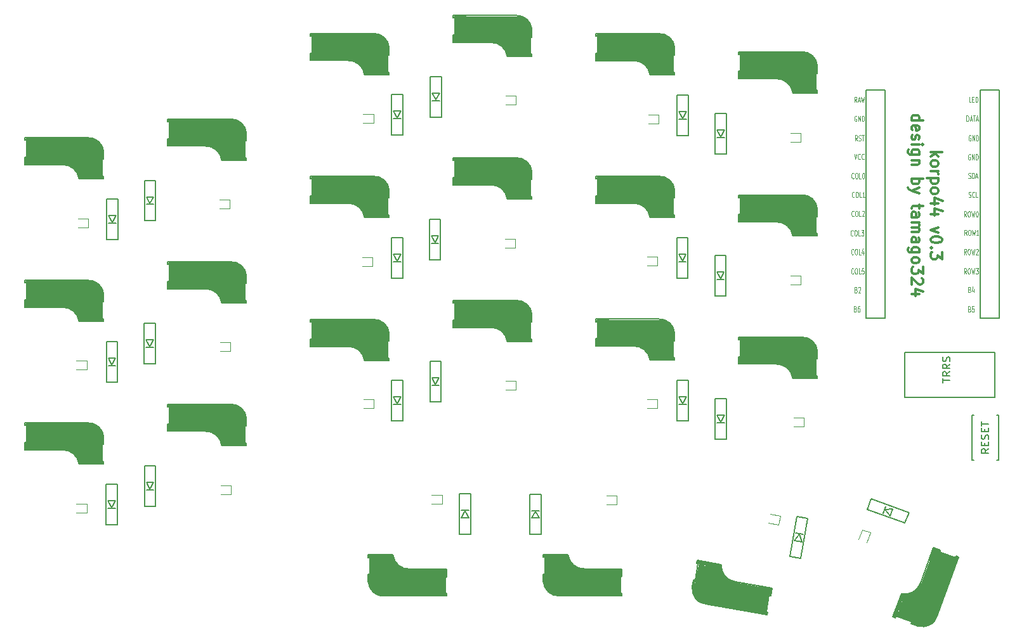
<source format=gbr>
%TF.GenerationSoftware,KiCad,Pcbnew,(5.1.10)-1*%
%TF.CreationDate,2021-08-29T08:11:49+09:00*%
%TF.ProjectId,korpo44,6b6f7270-6f34-4342-9e6b-696361645f70,rev?*%
%TF.SameCoordinates,Original*%
%TF.FileFunction,Legend,Top*%
%TF.FilePolarity,Positive*%
%FSLAX46Y46*%
G04 Gerber Fmt 4.6, Leading zero omitted, Abs format (unit mm)*
G04 Created by KiCad (PCBNEW (5.1.10)-1) date 2021-08-29 08:11:49*
%MOMM*%
%LPD*%
G01*
G04 APERTURE LIST*
%ADD10C,0.300000*%
%ADD11C,0.150000*%
%ADD12C,0.800000*%
%ADD13C,3.000000*%
%ADD14C,0.500000*%
%ADD15C,1.000000*%
%ADD16C,3.500000*%
%ADD17C,0.400000*%
%ADD18C,0.120000*%
%ADD19C,0.125000*%
G04 APERTURE END LIST*
D10*
X152596428Y-47892857D02*
X154096428Y-47892857D01*
X153167857Y-48035714D02*
X152596428Y-48464285D01*
X153596428Y-48464285D02*
X153025000Y-47892857D01*
X152596428Y-49321428D02*
X152667857Y-49178571D01*
X152739285Y-49107142D01*
X152882142Y-49035714D01*
X153310714Y-49035714D01*
X153453571Y-49107142D01*
X153525000Y-49178571D01*
X153596428Y-49321428D01*
X153596428Y-49535714D01*
X153525000Y-49678571D01*
X153453571Y-49750000D01*
X153310714Y-49821428D01*
X152882142Y-49821428D01*
X152739285Y-49750000D01*
X152667857Y-49678571D01*
X152596428Y-49535714D01*
X152596428Y-49321428D01*
X152596428Y-50464285D02*
X153596428Y-50464285D01*
X153310714Y-50464285D02*
X153453571Y-50535714D01*
X153525000Y-50607142D01*
X153596428Y-50750000D01*
X153596428Y-50892857D01*
X153596428Y-51392857D02*
X152096428Y-51392857D01*
X153525000Y-51392857D02*
X153596428Y-51535714D01*
X153596428Y-51821428D01*
X153525000Y-51964285D01*
X153453571Y-52035714D01*
X153310714Y-52107142D01*
X152882142Y-52107142D01*
X152739285Y-52035714D01*
X152667857Y-51964285D01*
X152596428Y-51821428D01*
X152596428Y-51535714D01*
X152667857Y-51392857D01*
X152596428Y-52964285D02*
X152667857Y-52821428D01*
X152739285Y-52750000D01*
X152882142Y-52678571D01*
X153310714Y-52678571D01*
X153453571Y-52750000D01*
X153525000Y-52821428D01*
X153596428Y-52964285D01*
X153596428Y-53178571D01*
X153525000Y-53321428D01*
X153453571Y-53392857D01*
X153310714Y-53464285D01*
X152882142Y-53464285D01*
X152739285Y-53392857D01*
X152667857Y-53321428D01*
X152596428Y-53178571D01*
X152596428Y-52964285D01*
X153596428Y-54750000D02*
X152596428Y-54750000D01*
X154167857Y-54392857D02*
X153096428Y-54035714D01*
X153096428Y-54964285D01*
X153596428Y-56178571D02*
X152596428Y-56178571D01*
X154167857Y-55821428D02*
X153096428Y-55464285D01*
X153096428Y-56392857D01*
X153596428Y-57964285D02*
X152596428Y-58321428D01*
X153596428Y-58678571D01*
X154096428Y-59535714D02*
X154096428Y-59678571D01*
X154025000Y-59821428D01*
X153953571Y-59892857D01*
X153810714Y-59964285D01*
X153525000Y-60035714D01*
X153167857Y-60035714D01*
X152882142Y-59964285D01*
X152739285Y-59892857D01*
X152667857Y-59821428D01*
X152596428Y-59678571D01*
X152596428Y-59535714D01*
X152667857Y-59392857D01*
X152739285Y-59321428D01*
X152882142Y-59250000D01*
X153167857Y-59178571D01*
X153525000Y-59178571D01*
X153810714Y-59250000D01*
X153953571Y-59321428D01*
X154025000Y-59392857D01*
X154096428Y-59535714D01*
X152739285Y-60678571D02*
X152667857Y-60750000D01*
X152596428Y-60678571D01*
X152667857Y-60607142D01*
X152739285Y-60678571D01*
X152596428Y-60678571D01*
X154096428Y-61250000D02*
X154096428Y-62178571D01*
X153525000Y-61678571D01*
X153525000Y-61892857D01*
X153453571Y-62035714D01*
X153382142Y-62107142D01*
X153239285Y-62178571D01*
X152882142Y-62178571D01*
X152739285Y-62107142D01*
X152667857Y-62035714D01*
X152596428Y-61892857D01*
X152596428Y-61464285D01*
X152667857Y-61321428D01*
X152739285Y-61250000D01*
X150046428Y-43678571D02*
X151546428Y-43678571D01*
X150117857Y-43678571D02*
X150046428Y-43535714D01*
X150046428Y-43250000D01*
X150117857Y-43107142D01*
X150189285Y-43035714D01*
X150332142Y-42964285D01*
X150760714Y-42964285D01*
X150903571Y-43035714D01*
X150975000Y-43107142D01*
X151046428Y-43250000D01*
X151046428Y-43535714D01*
X150975000Y-43678571D01*
X150117857Y-44964285D02*
X150046428Y-44821428D01*
X150046428Y-44535714D01*
X150117857Y-44392857D01*
X150260714Y-44321428D01*
X150832142Y-44321428D01*
X150975000Y-44392857D01*
X151046428Y-44535714D01*
X151046428Y-44821428D01*
X150975000Y-44964285D01*
X150832142Y-45035714D01*
X150689285Y-45035714D01*
X150546428Y-44321428D01*
X150117857Y-45607142D02*
X150046428Y-45750000D01*
X150046428Y-46035714D01*
X150117857Y-46178571D01*
X150260714Y-46250000D01*
X150332142Y-46250000D01*
X150475000Y-46178571D01*
X150546428Y-46035714D01*
X150546428Y-45821428D01*
X150617857Y-45678571D01*
X150760714Y-45607142D01*
X150832142Y-45607142D01*
X150975000Y-45678571D01*
X151046428Y-45821428D01*
X151046428Y-46035714D01*
X150975000Y-46178571D01*
X150046428Y-46892857D02*
X151046428Y-46892857D01*
X151546428Y-46892857D02*
X151475000Y-46821428D01*
X151403571Y-46892857D01*
X151475000Y-46964285D01*
X151546428Y-46892857D01*
X151403571Y-46892857D01*
X151046428Y-48250000D02*
X149832142Y-48250000D01*
X149689285Y-48178571D01*
X149617857Y-48107142D01*
X149546428Y-47964285D01*
X149546428Y-47750000D01*
X149617857Y-47607142D01*
X150117857Y-48250000D02*
X150046428Y-48107142D01*
X150046428Y-47821428D01*
X150117857Y-47678571D01*
X150189285Y-47607142D01*
X150332142Y-47535714D01*
X150760714Y-47535714D01*
X150903571Y-47607142D01*
X150975000Y-47678571D01*
X151046428Y-47821428D01*
X151046428Y-48107142D01*
X150975000Y-48250000D01*
X151046428Y-48964285D02*
X150046428Y-48964285D01*
X150903571Y-48964285D02*
X150975000Y-49035714D01*
X151046428Y-49178571D01*
X151046428Y-49392857D01*
X150975000Y-49535714D01*
X150832142Y-49607142D01*
X150046428Y-49607142D01*
X150046428Y-51464285D02*
X151546428Y-51464285D01*
X150975000Y-51464285D02*
X151046428Y-51607142D01*
X151046428Y-51892857D01*
X150975000Y-52035714D01*
X150903571Y-52107142D01*
X150760714Y-52178571D01*
X150332142Y-52178571D01*
X150189285Y-52107142D01*
X150117857Y-52035714D01*
X150046428Y-51892857D01*
X150046428Y-51607142D01*
X150117857Y-51464285D01*
X151046428Y-52678571D02*
X150046428Y-53035714D01*
X151046428Y-53392857D02*
X150046428Y-53035714D01*
X149689285Y-52892857D01*
X149617857Y-52821428D01*
X149546428Y-52678571D01*
X151046428Y-54892857D02*
X151046428Y-55464285D01*
X151546428Y-55107142D02*
X150260714Y-55107142D01*
X150117857Y-55178571D01*
X150046428Y-55321428D01*
X150046428Y-55464285D01*
X150046428Y-56607142D02*
X150832142Y-56607142D01*
X150975000Y-56535714D01*
X151046428Y-56392857D01*
X151046428Y-56107142D01*
X150975000Y-55964285D01*
X150117857Y-56607142D02*
X150046428Y-56464285D01*
X150046428Y-56107142D01*
X150117857Y-55964285D01*
X150260714Y-55892857D01*
X150403571Y-55892857D01*
X150546428Y-55964285D01*
X150617857Y-56107142D01*
X150617857Y-56464285D01*
X150689285Y-56607142D01*
X150046428Y-57321428D02*
X151046428Y-57321428D01*
X150903571Y-57321428D02*
X150975000Y-57392857D01*
X151046428Y-57535714D01*
X151046428Y-57750000D01*
X150975000Y-57892857D01*
X150832142Y-57964285D01*
X150046428Y-57964285D01*
X150832142Y-57964285D02*
X150975000Y-58035714D01*
X151046428Y-58178571D01*
X151046428Y-58392857D01*
X150975000Y-58535714D01*
X150832142Y-58607142D01*
X150046428Y-58607142D01*
X150046428Y-59964285D02*
X150832142Y-59964285D01*
X150975000Y-59892857D01*
X151046428Y-59750000D01*
X151046428Y-59464285D01*
X150975000Y-59321428D01*
X150117857Y-59964285D02*
X150046428Y-59821428D01*
X150046428Y-59464285D01*
X150117857Y-59321428D01*
X150260714Y-59250000D01*
X150403571Y-59250000D01*
X150546428Y-59321428D01*
X150617857Y-59464285D01*
X150617857Y-59821428D01*
X150689285Y-59964285D01*
X151046428Y-61321428D02*
X149832142Y-61321428D01*
X149689285Y-61250000D01*
X149617857Y-61178571D01*
X149546428Y-61035714D01*
X149546428Y-60821428D01*
X149617857Y-60678571D01*
X150117857Y-61321428D02*
X150046428Y-61178571D01*
X150046428Y-60892857D01*
X150117857Y-60750000D01*
X150189285Y-60678571D01*
X150332142Y-60607142D01*
X150760714Y-60607142D01*
X150903571Y-60678571D01*
X150975000Y-60750000D01*
X151046428Y-60892857D01*
X151046428Y-61178571D01*
X150975000Y-61321428D01*
X150046428Y-62250000D02*
X150117857Y-62107142D01*
X150189285Y-62035714D01*
X150332142Y-61964285D01*
X150760714Y-61964285D01*
X150903571Y-62035714D01*
X150975000Y-62107142D01*
X151046428Y-62250000D01*
X151046428Y-62464285D01*
X150975000Y-62607142D01*
X150903571Y-62678571D01*
X150760714Y-62750000D01*
X150332142Y-62750000D01*
X150189285Y-62678571D01*
X150117857Y-62607142D01*
X150046428Y-62464285D01*
X150046428Y-62250000D01*
X151546428Y-63250000D02*
X151546428Y-64178571D01*
X150975000Y-63678571D01*
X150975000Y-63892857D01*
X150903571Y-64035714D01*
X150832142Y-64107142D01*
X150689285Y-64178571D01*
X150332142Y-64178571D01*
X150189285Y-64107142D01*
X150117857Y-64035714D01*
X150046428Y-63892857D01*
X150046428Y-63464285D01*
X150117857Y-63321428D01*
X150189285Y-63250000D01*
X151403571Y-64750000D02*
X151475000Y-64821428D01*
X151546428Y-64964285D01*
X151546428Y-65321428D01*
X151475000Y-65464285D01*
X151403571Y-65535714D01*
X151260714Y-65607142D01*
X151117857Y-65607142D01*
X150903571Y-65535714D01*
X150046428Y-64678571D01*
X150046428Y-65607142D01*
X151046428Y-66892857D02*
X150046428Y-66892857D01*
X151617857Y-66535714D02*
X150546428Y-66178571D01*
X150546428Y-67107142D01*
D11*
%TO.C,U1*%
X159167400Y-70129400D02*
X159167400Y-39649400D01*
X161707400Y-70129400D02*
X159167400Y-70129400D01*
X161707400Y-39649400D02*
X161707400Y-70129400D01*
X159167400Y-39649400D02*
X161707400Y-39649400D01*
X143947400Y-70129400D02*
X143947400Y-39649400D01*
X146487400Y-70129400D02*
X143947400Y-70129400D01*
X146487400Y-39649400D02*
X146487400Y-70129400D01*
X143947400Y-39649400D02*
X146487400Y-39649400D01*
D10*
%TO.C,SW6*%
X61171999Y-84388800D02*
X61172000Y-83488801D01*
D12*
X60672000Y-86588800D02*
X60672000Y-84788800D01*
D13*
X59542000Y-83088800D02*
X59542000Y-85328800D01*
D14*
X51072000Y-84888800D02*
X52472000Y-84888800D01*
D15*
X51472000Y-82188800D02*
X51472000Y-84688800D01*
D16*
X52772000Y-83388800D02*
X59472000Y-83388800D01*
D11*
X50772000Y-85188800D02*
X50772000Y-84188800D01*
X50772000Y-84188800D02*
X50972000Y-84188800D01*
X50992000Y-84188800D02*
X50992000Y-81938800D01*
X50972000Y-81938800D02*
X50772000Y-81938800D01*
X61272000Y-84488800D02*
X61072000Y-84488800D01*
X61042000Y-84488800D02*
X61042000Y-86728800D01*
X61072000Y-86728800D02*
X61272000Y-86728800D01*
X61272000Y-87088800D02*
X61272000Y-86728800D01*
X61272000Y-83488800D02*
X61272000Y-84488800D01*
X61272000Y-87088800D02*
X57992000Y-87088800D01*
X55772000Y-85188800D02*
X50772000Y-85188800D01*
X50772000Y-81588800D02*
X59172000Y-81588799D01*
X50772000Y-81938800D02*
X50772000Y-81588800D01*
D14*
X61072000Y-86888800D02*
X58372000Y-86888800D01*
D17*
X50972000Y-81788800D02*
X52372000Y-81788800D01*
X50972000Y-84288800D02*
X50972000Y-84988800D01*
D11*
X57988318Y-87067329D02*
G75*
G03*
X55772000Y-85188800I-2151318J-291471D01*
G01*
X61272001Y-83488800D02*
G75*
G03*
X59172000Y-81588799I-2000001J-100000D01*
G01*
D15*
X58388318Y-86667329D02*
G75*
G03*
X56172000Y-84788800I-2151318J-291471D01*
G01*
D10*
%TO.C,SW18*%
X121034253Y-105148110D02*
X120877969Y-106034436D01*
D12*
X121908682Y-103068357D02*
X121596115Y-104841011D01*
D13*
X122413746Y-106711407D02*
X122802718Y-104505437D01*
D14*
X131067634Y-106409553D02*
X129688903Y-106166445D01*
D15*
X130204861Y-108999074D02*
X130638982Y-106537055D01*
D16*
X129132989Y-107591562D02*
X122534777Y-106428120D01*
D11*
X131415171Y-106166205D02*
X131241523Y-107151013D01*
X131241523Y-107151013D02*
X131044561Y-107116283D01*
X131024865Y-107112810D02*
X130634157Y-109328627D01*
X130653853Y-109332100D02*
X130850815Y-109366830D01*
X120953136Y-105032264D02*
X121150098Y-105066994D01*
X121179642Y-105072204D02*
X121568614Y-102866234D01*
X121539069Y-102861025D02*
X121342108Y-102826295D01*
X121404621Y-102471764D02*
X121342108Y-102826295D01*
X120779488Y-106017072D02*
X120953136Y-105032264D01*
X121404621Y-102471764D02*
X124634791Y-103041330D01*
X126491132Y-105297964D02*
X131415171Y-106166205D01*
X130790038Y-109711513D02*
X122517652Y-108252869D01*
X130850815Y-109366830D02*
X130790038Y-109711513D01*
D14*
X121566853Y-102703455D02*
X124225834Y-103172306D01*
D17*
X130627806Y-109479822D02*
X129249075Y-109236714D01*
X131061926Y-107017802D02*
X131183480Y-106328437D01*
D11*
X124634688Y-103063114D02*
G75*
G03*
X126491132Y-105297964I2169248J-86530D01*
G01*
X120779487Y-106017072D02*
G75*
G03*
X122517652Y-108252869I1986981J-248816D01*
G01*
D15*
X124171306Y-103387578D02*
G75*
G03*
X126027750Y-105622428I2169248J-86530D01*
G01*
D10*
%TO.C,SW1*%
X42121999Y-48778000D02*
X42122000Y-47878001D01*
D12*
X41622000Y-50978000D02*
X41622000Y-49178000D01*
D13*
X40492000Y-47478000D02*
X40492000Y-49718000D01*
D14*
X32022000Y-49278000D02*
X33422000Y-49278000D01*
D15*
X32422000Y-46578000D02*
X32422000Y-49078000D01*
D16*
X33722000Y-47778000D02*
X40422000Y-47778000D01*
D11*
X31722000Y-49578000D02*
X31722000Y-48578000D01*
X31722000Y-48578000D02*
X31922000Y-48578000D01*
X31942000Y-48578000D02*
X31942000Y-46328000D01*
X31922000Y-46328000D02*
X31722000Y-46328000D01*
X42222000Y-48878000D02*
X42022000Y-48878000D01*
X41992000Y-48878000D02*
X41992000Y-51118000D01*
X42022000Y-51118000D02*
X42222000Y-51118000D01*
X42222000Y-51478000D02*
X42222000Y-51118000D01*
X42222000Y-47878000D02*
X42222000Y-48878000D01*
X42222000Y-51478000D02*
X38942000Y-51478000D01*
X36722000Y-49578000D02*
X31722000Y-49578000D01*
X31722000Y-45978000D02*
X40122000Y-45977999D01*
X31722000Y-46328000D02*
X31722000Y-45978000D01*
D14*
X42022000Y-51278000D02*
X39322000Y-51278000D01*
D17*
X31922000Y-46178000D02*
X33322000Y-46178000D01*
X31922000Y-48678000D02*
X31922000Y-49378000D01*
D11*
X38938318Y-51456529D02*
G75*
G03*
X36722000Y-49578000I-2151318J-291471D01*
G01*
X42222001Y-47878000D02*
G75*
G03*
X40122000Y-45977999I-2000001J-100000D01*
G01*
D15*
X39338318Y-51056529D02*
G75*
G03*
X37122000Y-49178000I-2151318J-291471D01*
G01*
D11*
%TO.C,D1*%
X44107800Y-59596000D02*
X44107800Y-54196000D01*
X42607800Y-54196000D02*
X42607800Y-59596000D01*
X42607800Y-59596000D02*
X44107800Y-59596000D01*
X42607800Y-54196000D02*
X44107800Y-54196000D01*
X42857800Y-56396000D02*
X43857800Y-56396000D01*
X43857800Y-56396000D02*
X43357800Y-57296000D01*
X43357800Y-57296000D02*
X42857800Y-56396000D01*
X42857800Y-57396000D02*
X43857800Y-57396000D01*
%TO.C,D2*%
X44082400Y-78620600D02*
X44082400Y-73220600D01*
X42582400Y-73220600D02*
X42582400Y-78620600D01*
X42582400Y-78620600D02*
X44082400Y-78620600D01*
X42582400Y-73220600D02*
X44082400Y-73220600D01*
X42832400Y-75420600D02*
X43832400Y-75420600D01*
X43832400Y-75420600D02*
X43332400Y-76320600D01*
X43332400Y-76320600D02*
X42832400Y-75420600D01*
X42832400Y-76420600D02*
X43832400Y-76420600D01*
%TO.C,D3*%
X44031600Y-97696000D02*
X44031600Y-92296000D01*
X42531600Y-92296000D02*
X42531600Y-97696000D01*
X42531600Y-97696000D02*
X44031600Y-97696000D01*
X42531600Y-92296000D02*
X44031600Y-92296000D01*
X42781600Y-94496000D02*
X43781600Y-94496000D01*
X43781600Y-94496000D02*
X43281600Y-95396000D01*
X43281600Y-95396000D02*
X42781600Y-94496000D01*
X42781600Y-95496000D02*
X43781600Y-95496000D01*
%TO.C,D4*%
X49162400Y-57081400D02*
X49162400Y-51681400D01*
X47662400Y-51681400D02*
X47662400Y-57081400D01*
X47662400Y-57081400D02*
X49162400Y-57081400D01*
X47662400Y-51681400D02*
X49162400Y-51681400D01*
X47912400Y-53881400D02*
X48912400Y-53881400D01*
X48912400Y-53881400D02*
X48412400Y-54781400D01*
X48412400Y-54781400D02*
X47912400Y-53881400D01*
X47912400Y-54881400D02*
X48912400Y-54881400D01*
%TO.C,D5*%
X49111600Y-76182200D02*
X49111600Y-70782200D01*
X47611600Y-70782200D02*
X47611600Y-76182200D01*
X47611600Y-76182200D02*
X49111600Y-76182200D01*
X47611600Y-70782200D02*
X49111600Y-70782200D01*
X47861600Y-72982200D02*
X48861600Y-72982200D01*
X48861600Y-72982200D02*
X48361600Y-73882200D01*
X48361600Y-73882200D02*
X47861600Y-72982200D01*
X47861600Y-73982200D02*
X48861600Y-73982200D01*
%TO.C,D6*%
X49162400Y-95232200D02*
X49162400Y-89832200D01*
X47662400Y-89832200D02*
X47662400Y-95232200D01*
X47662400Y-95232200D02*
X49162400Y-95232200D01*
X47662400Y-89832200D02*
X49162400Y-89832200D01*
X47912400Y-92032200D02*
X48912400Y-92032200D01*
X48912400Y-92032200D02*
X48412400Y-92932200D01*
X48412400Y-92932200D02*
X47912400Y-92032200D01*
X47912400Y-93032200D02*
X48912400Y-93032200D01*
%TO.C,D7*%
X82157000Y-45600600D02*
X82157000Y-40200600D01*
X80657000Y-40200600D02*
X80657000Y-45600600D01*
X80657000Y-45600600D02*
X82157000Y-45600600D01*
X80657000Y-40200600D02*
X82157000Y-40200600D01*
X80907000Y-42400600D02*
X81907000Y-42400600D01*
X81907000Y-42400600D02*
X81407000Y-43300600D01*
X81407000Y-43300600D02*
X80907000Y-42400600D01*
X80907000Y-43400600D02*
X81907000Y-43400600D01*
%TO.C,D8*%
X82157000Y-64726800D02*
X82157000Y-59326800D01*
X80657000Y-59326800D02*
X80657000Y-64726800D01*
X80657000Y-64726800D02*
X82157000Y-64726800D01*
X80657000Y-59326800D02*
X82157000Y-59326800D01*
X80907000Y-61526800D02*
X81907000Y-61526800D01*
X81907000Y-61526800D02*
X81407000Y-62426800D01*
X81407000Y-62426800D02*
X80907000Y-61526800D01*
X80907000Y-62526800D02*
X81907000Y-62526800D01*
%TO.C,D9*%
X82131600Y-83776800D02*
X82131600Y-78376800D01*
X80631600Y-78376800D02*
X80631600Y-83776800D01*
X80631600Y-83776800D02*
X82131600Y-83776800D01*
X80631600Y-78376800D02*
X82131600Y-78376800D01*
X80881600Y-80576800D02*
X81881600Y-80576800D01*
X81881600Y-80576800D02*
X81381600Y-81476800D01*
X81381600Y-81476800D02*
X80881600Y-80576800D01*
X80881600Y-81576800D02*
X81881600Y-81576800D01*
%TO.C,D10*%
X89674000Y-93566000D02*
X89674000Y-98966000D01*
X91174000Y-98966000D02*
X91174000Y-93566000D01*
X91174000Y-93566000D02*
X89674000Y-93566000D01*
X91174000Y-98966000D02*
X89674000Y-98966000D01*
X90924000Y-96766000D02*
X89924000Y-96766000D01*
X89924000Y-96766000D02*
X90424000Y-95866000D01*
X90424000Y-95866000D02*
X90924000Y-96766000D01*
X90924000Y-95766000D02*
X89924000Y-95766000D01*
%TO.C,D11*%
X87287800Y-43213000D02*
X87287800Y-37813000D01*
X85787800Y-37813000D02*
X85787800Y-43213000D01*
X85787800Y-43213000D02*
X87287800Y-43213000D01*
X85787800Y-37813000D02*
X87287800Y-37813000D01*
X86037800Y-40013000D02*
X87037800Y-40013000D01*
X87037800Y-40013000D02*
X86537800Y-40913000D01*
X86537800Y-40913000D02*
X86037800Y-40013000D01*
X86037800Y-41013000D02*
X87037800Y-41013000D01*
%TO.C,D12*%
X87186200Y-62288400D02*
X87186200Y-56888400D01*
X85686200Y-56888400D02*
X85686200Y-62288400D01*
X85686200Y-62288400D02*
X87186200Y-62288400D01*
X85686200Y-56888400D02*
X87186200Y-56888400D01*
X85936200Y-59088400D02*
X86936200Y-59088400D01*
X86936200Y-59088400D02*
X86436200Y-59988400D01*
X86436200Y-59988400D02*
X85936200Y-59088400D01*
X85936200Y-60088400D02*
X86936200Y-60088400D01*
%TO.C,D13*%
X87262400Y-81262200D02*
X87262400Y-75862200D01*
X85762400Y-75862200D02*
X85762400Y-81262200D01*
X85762400Y-81262200D02*
X87262400Y-81262200D01*
X85762400Y-75862200D02*
X87262400Y-75862200D01*
X86012400Y-78062200D02*
X87012400Y-78062200D01*
X87012400Y-78062200D02*
X86512400Y-78962200D01*
X86512400Y-78962200D02*
X86012400Y-78062200D01*
X86012400Y-79062200D02*
X87012400Y-79062200D01*
%TO.C,D14*%
X99122800Y-93591400D02*
X99122800Y-98991400D01*
X100622800Y-98991400D02*
X100622800Y-93591400D01*
X100622800Y-93591400D02*
X99122800Y-93591400D01*
X100622800Y-98991400D02*
X99122800Y-98991400D01*
X100372800Y-96791400D02*
X99372800Y-96791400D01*
X99372800Y-96791400D02*
X99872800Y-95891400D01*
X99872800Y-95891400D02*
X100372800Y-96791400D01*
X100372800Y-95791400D02*
X99372800Y-95791400D01*
%TO.C,D15*%
X120257000Y-45702200D02*
X120257000Y-40302200D01*
X118757000Y-40302200D02*
X118757000Y-45702200D01*
X118757000Y-45702200D02*
X120257000Y-45702200D01*
X118757000Y-40302200D02*
X120257000Y-40302200D01*
X119007000Y-42502200D02*
X120007000Y-42502200D01*
X120007000Y-42502200D02*
X119507000Y-43402200D01*
X119507000Y-43402200D02*
X119007000Y-42502200D01*
X119007000Y-43502200D02*
X120007000Y-43502200D01*
%TO.C,D16*%
X120206000Y-64726800D02*
X120206000Y-59326800D01*
X118706000Y-59326800D02*
X118706000Y-64726800D01*
X118706000Y-64726800D02*
X120206000Y-64726800D01*
X118706000Y-59326800D02*
X120206000Y-59326800D01*
X118956000Y-61526800D02*
X119956000Y-61526800D01*
X119956000Y-61526800D02*
X119456000Y-62426800D01*
X119456000Y-62426800D02*
X118956000Y-61526800D01*
X118956000Y-62526800D02*
X119956000Y-62526800D01*
%TO.C,D17*%
X120257000Y-83802200D02*
X120257000Y-78402200D01*
X118757000Y-78402200D02*
X118757000Y-83802200D01*
X118757000Y-83802200D02*
X120257000Y-83802200D01*
X118757000Y-78402200D02*
X120257000Y-78402200D01*
X119007000Y-80602200D02*
X120007000Y-80602200D01*
X120007000Y-80602200D02*
X119507000Y-81502200D01*
X119507000Y-81502200D02*
X119007000Y-80602200D01*
X119007000Y-81602200D02*
X120007000Y-81602200D01*
%TO.C,D18*%
X134728244Y-96596383D02*
X133790544Y-101914345D01*
X135267756Y-102174817D02*
X136205456Y-96856855D01*
X136205456Y-96856855D02*
X134728244Y-96596383D01*
X135267756Y-102174817D02*
X133790544Y-101914345D01*
X135403580Y-99964828D02*
X134418772Y-99791180D01*
X134418772Y-99791180D02*
X135067459Y-98991677D01*
X135067459Y-98991677D02*
X135403580Y-99964828D01*
X135577228Y-98980020D02*
X134592420Y-98806372D01*
%TO.C,D19*%
X125337000Y-48166000D02*
X125337000Y-42766000D01*
X123837000Y-42766000D02*
X123837000Y-48166000D01*
X123837000Y-48166000D02*
X125337000Y-48166000D01*
X123837000Y-42766000D02*
X125337000Y-42766000D01*
X124087000Y-44966000D02*
X125087000Y-44966000D01*
X125087000Y-44966000D02*
X124587000Y-45866000D01*
X124587000Y-45866000D02*
X124087000Y-44966000D01*
X124087000Y-45966000D02*
X125087000Y-45966000D01*
%TO.C,D20*%
X125286000Y-67139800D02*
X125286000Y-61739800D01*
X123786000Y-61739800D02*
X123786000Y-67139800D01*
X123786000Y-67139800D02*
X125286000Y-67139800D01*
X123786000Y-61739800D02*
X125286000Y-61739800D01*
X124036000Y-63939800D02*
X125036000Y-63939800D01*
X125036000Y-63939800D02*
X124536000Y-64839800D01*
X124536000Y-64839800D02*
X124036000Y-63939800D01*
X124036000Y-64939800D02*
X125036000Y-64939800D01*
%TO.C,D21*%
X125337000Y-86266000D02*
X125337000Y-80866000D01*
X123837000Y-80866000D02*
X123837000Y-86266000D01*
X123837000Y-86266000D02*
X125337000Y-86266000D01*
X123837000Y-80866000D02*
X125337000Y-80866000D01*
X124087000Y-83066000D02*
X125087000Y-83066000D01*
X125087000Y-83066000D02*
X124587000Y-83966000D01*
X124587000Y-83966000D02*
X124087000Y-83066000D01*
X124087000Y-84066000D02*
X125087000Y-84066000D01*
%TO.C,D22*%
X144094315Y-95615515D02*
X149168655Y-97462424D01*
X149681685Y-96052885D02*
X144607345Y-94205976D01*
X144607345Y-94205976D02*
X144094315Y-95615515D01*
X149681685Y-96052885D02*
X149168655Y-97462424D01*
X147528856Y-95535364D02*
X147186836Y-96475056D01*
X147186836Y-96475056D02*
X146512123Y-95697392D01*
X146512123Y-95697392D02*
X147528856Y-95535364D01*
X146589164Y-95193344D02*
X146247144Y-96133036D01*
%TO.C,J1*%
X161163000Y-74698600D02*
X161163000Y-80698600D01*
X161163000Y-80698600D02*
X149163000Y-80698600D01*
X149163000Y-80698600D02*
X149163000Y-74698600D01*
X149163000Y-74698600D02*
X161163000Y-74698600D01*
D18*
%TO.C,LED1*%
X40157400Y-56769000D02*
X38785800Y-56769000D01*
X40157400Y-57962800D02*
X38785800Y-57962800D01*
X40157400Y-57962800D02*
X40157400Y-56769000D01*
%TO.C,LED2*%
X39954200Y-75793600D02*
X38582600Y-75793600D01*
X39954200Y-76987400D02*
X38582600Y-76987400D01*
X39954200Y-76987400D02*
X39954200Y-75793600D01*
%TO.C,LED3*%
X39954200Y-94869000D02*
X38582600Y-94869000D01*
X39954200Y-96062800D02*
X38582600Y-96062800D01*
X39954200Y-96062800D02*
X39954200Y-94869000D01*
%TO.C,LED4*%
X59036400Y-55459400D02*
X59036400Y-54265600D01*
X59036400Y-55459400D02*
X57664800Y-55459400D01*
X59036400Y-54265600D02*
X57664800Y-54265600D01*
%TO.C,LED5*%
X59156600Y-74523600D02*
X59156600Y-73329800D01*
X59156600Y-74523600D02*
X57785000Y-74523600D01*
X59156600Y-73329800D02*
X57785000Y-73329800D01*
%TO.C,LED6*%
X59232800Y-93599000D02*
X59232800Y-92405200D01*
X59232800Y-93599000D02*
X57861200Y-93599000D01*
X59232800Y-92405200D02*
X57861200Y-92405200D01*
%TO.C,LED7*%
X78232000Y-42849800D02*
X76860400Y-42849800D01*
X78232000Y-44043600D02*
X76860400Y-44043600D01*
X78232000Y-44043600D02*
X78232000Y-42849800D01*
%TO.C,LED8*%
X78079600Y-61925200D02*
X76708000Y-61925200D01*
X78079600Y-63119000D02*
X76708000Y-63119000D01*
X78079600Y-63119000D02*
X78079600Y-61925200D01*
%TO.C,LED9*%
X78257400Y-80949800D02*
X76885800Y-80949800D01*
X78257400Y-82143600D02*
X76885800Y-82143600D01*
X78257400Y-82143600D02*
X78257400Y-80949800D01*
%TO.C,LED10*%
X87376000Y-93700600D02*
X86004400Y-93700600D01*
X87376000Y-94894400D02*
X86004400Y-94894400D01*
X87376000Y-94894400D02*
X87376000Y-93700600D01*
%TO.C,LED11*%
X97231200Y-41579800D02*
X97231200Y-40386000D01*
X97231200Y-41579800D02*
X95859600Y-41579800D01*
X97231200Y-40386000D02*
X95859600Y-40386000D01*
%TO.C,LED12*%
X97155000Y-60680600D02*
X97155000Y-59486800D01*
X97155000Y-60680600D02*
X95783400Y-60680600D01*
X97155000Y-59486800D02*
X95783400Y-59486800D01*
%TO.C,LED13*%
X97256600Y-79654400D02*
X97256600Y-78460600D01*
X97256600Y-79654400D02*
X95885000Y-79654400D01*
X97256600Y-78460600D02*
X95885000Y-78460600D01*
%TO.C,LED14*%
X110718800Y-94970600D02*
X110718800Y-93776800D01*
X110718800Y-94970600D02*
X109347200Y-94970600D01*
X110718800Y-93776800D02*
X109347200Y-93776800D01*
%TO.C,LED15*%
X116255800Y-42875200D02*
X114884200Y-42875200D01*
X116255800Y-44069000D02*
X114884200Y-44069000D01*
X116255800Y-44069000D02*
X116255800Y-42875200D01*
%TO.C,LED16*%
X116103800Y-61899800D02*
X114732200Y-61899800D01*
X116103800Y-63093600D02*
X114732200Y-63093600D01*
X116103800Y-63093600D02*
X116103800Y-61899800D01*
%TO.C,LED17*%
X116128800Y-80949800D02*
X114757200Y-80949800D01*
X116128800Y-82143600D02*
X114757200Y-82143600D01*
X116128800Y-82143600D02*
X116128800Y-80949800D01*
%TO.C,LED18*%
X132502019Y-96476848D02*
X131151257Y-96238672D01*
X132294718Y-97652511D02*
X130943956Y-97414335D01*
X132294718Y-97652511D02*
X132502019Y-96476848D01*
%TO.C,LED19*%
X135229800Y-46532800D02*
X135229800Y-45339000D01*
X135229800Y-46532800D02*
X133858200Y-46532800D01*
X135229800Y-45339000D02*
X133858200Y-45339000D01*
%TO.C,LED20*%
X135254800Y-65582800D02*
X135254800Y-64389000D01*
X135254800Y-65582800D02*
X133883200Y-65582800D01*
X135254800Y-64389000D02*
X133883200Y-64389000D01*
%TO.C,LED21*%
X135686800Y-84607400D02*
X135686800Y-83413600D01*
X135686800Y-84607400D02*
X134315200Y-84607400D01*
X135686800Y-83413600D02*
X134315200Y-83413600D01*
%TO.C,LED22*%
X144539562Y-98742626D02*
X143417757Y-98334323D01*
X144539562Y-98742626D02*
X144070447Y-100031509D01*
X143417757Y-98334323D02*
X142948642Y-99623205D01*
D11*
%TO.C,RESET_SW1*%
X158143000Y-83080600D02*
X158143000Y-89080600D01*
X158143000Y-89080600D02*
X158393000Y-89080600D01*
X158143000Y-83080600D02*
X158393000Y-83080600D01*
X161643000Y-83080600D02*
X161393000Y-83080600D01*
X161643000Y-83080600D02*
X161643000Y-89080600D01*
X161643000Y-89080600D02*
X161393000Y-89080600D01*
D17*
%TO.C,SW2*%
X31922000Y-67728000D02*
X31922000Y-68428000D01*
X31922000Y-65228000D02*
X33322000Y-65228000D01*
D14*
X42022000Y-70328000D02*
X39322000Y-70328000D01*
D11*
X31722000Y-65378000D02*
X31722000Y-65028000D01*
X31722000Y-65028000D02*
X40122000Y-65027999D01*
X36722000Y-68628000D02*
X31722000Y-68628000D01*
X42222000Y-70528000D02*
X38942000Y-70528000D01*
X42222000Y-66928000D02*
X42222000Y-67928000D01*
X42222000Y-70528000D02*
X42222000Y-70168000D01*
X42022000Y-70168000D02*
X42222000Y-70168000D01*
X41992000Y-67928000D02*
X41992000Y-70168000D01*
X42222000Y-67928000D02*
X42022000Y-67928000D01*
X31922000Y-65378000D02*
X31722000Y-65378000D01*
X31942000Y-67628000D02*
X31942000Y-65378000D01*
X31722000Y-67628000D02*
X31922000Y-67628000D01*
X31722000Y-68628000D02*
X31722000Y-67628000D01*
D16*
X33722000Y-66828000D02*
X40422000Y-66828000D01*
D15*
X32422000Y-65628000D02*
X32422000Y-68128000D01*
D14*
X32022000Y-68328000D02*
X33422000Y-68328000D01*
D13*
X40492000Y-66528000D02*
X40492000Y-68768000D01*
D12*
X41622000Y-70028000D02*
X41622000Y-68228000D01*
D10*
X42121999Y-67828000D02*
X42122000Y-66928001D01*
D15*
X39338318Y-70106529D02*
G75*
G03*
X37122000Y-68228000I-2151318J-291471D01*
G01*
D11*
X42222001Y-66928000D02*
G75*
G03*
X40122000Y-65027999I-2000001J-100000D01*
G01*
X38938318Y-70506529D02*
G75*
G03*
X36722000Y-68628000I-2151318J-291471D01*
G01*
D10*
%TO.C,SW3*%
X42121999Y-86878000D02*
X42122000Y-85978001D01*
D12*
X41622000Y-89078000D02*
X41622000Y-87278000D01*
D13*
X40492000Y-85578000D02*
X40492000Y-87818000D01*
D14*
X32022000Y-87378000D02*
X33422000Y-87378000D01*
D15*
X32422000Y-84678000D02*
X32422000Y-87178000D01*
D16*
X33722000Y-85878000D02*
X40422000Y-85878000D01*
D11*
X31722000Y-87678000D02*
X31722000Y-86678000D01*
X31722000Y-86678000D02*
X31922000Y-86678000D01*
X31942000Y-86678000D02*
X31942000Y-84428000D01*
X31922000Y-84428000D02*
X31722000Y-84428000D01*
X42222000Y-86978000D02*
X42022000Y-86978000D01*
X41992000Y-86978000D02*
X41992000Y-89218000D01*
X42022000Y-89218000D02*
X42222000Y-89218000D01*
X42222000Y-89578000D02*
X42222000Y-89218000D01*
X42222000Y-85978000D02*
X42222000Y-86978000D01*
X42222000Y-89578000D02*
X38942000Y-89578000D01*
X36722000Y-87678000D02*
X31722000Y-87678000D01*
X31722000Y-84078000D02*
X40122000Y-84077999D01*
X31722000Y-84428000D02*
X31722000Y-84078000D01*
D14*
X42022000Y-89378000D02*
X39322000Y-89378000D01*
D17*
X31922000Y-84278000D02*
X33322000Y-84278000D01*
X31922000Y-86778000D02*
X31922000Y-87478000D01*
D11*
X38938318Y-89556529D02*
G75*
G03*
X36722000Y-87678000I-2151318J-291471D01*
G01*
X42222001Y-85978000D02*
G75*
G03*
X40122000Y-84077999I-2000001J-100000D01*
G01*
D15*
X39338318Y-89156529D02*
G75*
G03*
X37122000Y-87278000I-2151318J-291471D01*
G01*
D17*
%TO.C,SW4*%
X50972000Y-46188800D02*
X50972000Y-46888800D01*
X50972000Y-43688800D02*
X52372000Y-43688800D01*
D14*
X61072000Y-48788800D02*
X58372000Y-48788800D01*
D11*
X50772000Y-43838800D02*
X50772000Y-43488800D01*
X50772000Y-43488800D02*
X59172000Y-43488799D01*
X55772000Y-47088800D02*
X50772000Y-47088800D01*
X61272000Y-48988800D02*
X57992000Y-48988800D01*
X61272000Y-45388800D02*
X61272000Y-46388800D01*
X61272000Y-48988800D02*
X61272000Y-48628800D01*
X61072000Y-48628800D02*
X61272000Y-48628800D01*
X61042000Y-46388800D02*
X61042000Y-48628800D01*
X61272000Y-46388800D02*
X61072000Y-46388800D01*
X50972000Y-43838800D02*
X50772000Y-43838800D01*
X50992000Y-46088800D02*
X50992000Y-43838800D01*
X50772000Y-46088800D02*
X50972000Y-46088800D01*
X50772000Y-47088800D02*
X50772000Y-46088800D01*
D16*
X52772000Y-45288800D02*
X59472000Y-45288800D01*
D15*
X51472000Y-44088800D02*
X51472000Y-46588800D01*
D14*
X51072000Y-46788800D02*
X52472000Y-46788800D01*
D13*
X59542000Y-44988800D02*
X59542000Y-47228800D01*
D12*
X60672000Y-48488800D02*
X60672000Y-46688800D01*
D10*
X61171999Y-46288800D02*
X61172000Y-45388801D01*
D15*
X58388318Y-48567329D02*
G75*
G03*
X56172000Y-46688800I-2151318J-291471D01*
G01*
D11*
X61272001Y-45388800D02*
G75*
G03*
X59172000Y-43488799I-2000001J-100000D01*
G01*
X57988318Y-48967329D02*
G75*
G03*
X55772000Y-47088800I-2151318J-291471D01*
G01*
D17*
%TO.C,SW5*%
X50972000Y-65264200D02*
X50972000Y-65964200D01*
X50972000Y-62764200D02*
X52372000Y-62764200D01*
D14*
X61072000Y-67864200D02*
X58372000Y-67864200D01*
D11*
X50772000Y-62914200D02*
X50772000Y-62564200D01*
X50772000Y-62564200D02*
X59172000Y-62564199D01*
X55772000Y-66164200D02*
X50772000Y-66164200D01*
X61272000Y-68064200D02*
X57992000Y-68064200D01*
X61272000Y-64464200D02*
X61272000Y-65464200D01*
X61272000Y-68064200D02*
X61272000Y-67704200D01*
X61072000Y-67704200D02*
X61272000Y-67704200D01*
X61042000Y-65464200D02*
X61042000Y-67704200D01*
X61272000Y-65464200D02*
X61072000Y-65464200D01*
X50972000Y-62914200D02*
X50772000Y-62914200D01*
X50992000Y-65164200D02*
X50992000Y-62914200D01*
X50772000Y-65164200D02*
X50972000Y-65164200D01*
X50772000Y-66164200D02*
X50772000Y-65164200D01*
D16*
X52772000Y-64364200D02*
X59472000Y-64364200D01*
D15*
X51472000Y-63164200D02*
X51472000Y-65664200D01*
D14*
X51072000Y-65864200D02*
X52472000Y-65864200D01*
D13*
X59542000Y-64064200D02*
X59542000Y-66304200D01*
D12*
X60672000Y-67564200D02*
X60672000Y-65764200D01*
D10*
X61171999Y-65364200D02*
X61172000Y-64464201D01*
D15*
X58388318Y-67642729D02*
G75*
G03*
X56172000Y-65764200I-2151318J-291471D01*
G01*
D11*
X61272001Y-64464200D02*
G75*
G03*
X59172000Y-62564199I-2000001J-100000D01*
G01*
X57988318Y-68042729D02*
G75*
G03*
X55772000Y-66164200I-2151318J-291471D01*
G01*
D10*
%TO.C,SW7*%
X80221999Y-34858800D02*
X80222000Y-33958801D01*
D12*
X79722000Y-37058800D02*
X79722000Y-35258800D01*
D13*
X78592000Y-33558800D02*
X78592000Y-35798800D01*
D14*
X70122000Y-35358800D02*
X71522000Y-35358800D01*
D15*
X70522000Y-32658800D02*
X70522000Y-35158800D01*
D16*
X71822000Y-33858800D02*
X78522000Y-33858800D01*
D11*
X69822000Y-35658800D02*
X69822000Y-34658800D01*
X69822000Y-34658800D02*
X70022000Y-34658800D01*
X70042000Y-34658800D02*
X70042000Y-32408800D01*
X70022000Y-32408800D02*
X69822000Y-32408800D01*
X80322000Y-34958800D02*
X80122000Y-34958800D01*
X80092000Y-34958800D02*
X80092000Y-37198800D01*
X80122000Y-37198800D02*
X80322000Y-37198800D01*
X80322000Y-37558800D02*
X80322000Y-37198800D01*
X80322000Y-33958800D02*
X80322000Y-34958800D01*
X80322000Y-37558800D02*
X77042000Y-37558800D01*
X74822000Y-35658800D02*
X69822000Y-35658800D01*
X69822000Y-32058800D02*
X78222000Y-32058799D01*
X69822000Y-32408800D02*
X69822000Y-32058800D01*
D14*
X80122000Y-37358800D02*
X77422000Y-37358800D01*
D17*
X70022000Y-32258800D02*
X71422000Y-32258800D01*
X70022000Y-34758800D02*
X70022000Y-35458800D01*
D11*
X77038318Y-37537329D02*
G75*
G03*
X74822000Y-35658800I-2151318J-291471D01*
G01*
X80322001Y-33958800D02*
G75*
G03*
X78222000Y-32058799I-2000001J-100000D01*
G01*
D15*
X77438318Y-37137329D02*
G75*
G03*
X75222000Y-35258800I-2151318J-291471D01*
G01*
D17*
%TO.C,SW8*%
X70022000Y-53834200D02*
X70022000Y-54534200D01*
X70022000Y-51334200D02*
X71422000Y-51334200D01*
D14*
X80122000Y-56434200D02*
X77422000Y-56434200D01*
D11*
X69822000Y-51484200D02*
X69822000Y-51134200D01*
X69822000Y-51134200D02*
X78222000Y-51134199D01*
X74822000Y-54734200D02*
X69822000Y-54734200D01*
X80322000Y-56634200D02*
X77042000Y-56634200D01*
X80322000Y-53034200D02*
X80322000Y-54034200D01*
X80322000Y-56634200D02*
X80322000Y-56274200D01*
X80122000Y-56274200D02*
X80322000Y-56274200D01*
X80092000Y-54034200D02*
X80092000Y-56274200D01*
X80322000Y-54034200D02*
X80122000Y-54034200D01*
X70022000Y-51484200D02*
X69822000Y-51484200D01*
X70042000Y-53734200D02*
X70042000Y-51484200D01*
X69822000Y-53734200D02*
X70022000Y-53734200D01*
X69822000Y-54734200D02*
X69822000Y-53734200D01*
D16*
X71822000Y-52934200D02*
X78522000Y-52934200D01*
D15*
X70522000Y-51734200D02*
X70522000Y-54234200D01*
D14*
X70122000Y-54434200D02*
X71522000Y-54434200D01*
D13*
X78592000Y-52634200D02*
X78592000Y-54874200D01*
D12*
X79722000Y-56134200D02*
X79722000Y-54334200D01*
D10*
X80221999Y-53934200D02*
X80222000Y-53034201D01*
D15*
X77438318Y-56212729D02*
G75*
G03*
X75222000Y-54334200I-2151318J-291471D01*
G01*
D11*
X80322001Y-53034200D02*
G75*
G03*
X78222000Y-51134199I-2000001J-100000D01*
G01*
X77038318Y-56612729D02*
G75*
G03*
X74822000Y-54734200I-2151318J-291471D01*
G01*
D17*
%TO.C,SW9*%
X70022000Y-72960400D02*
X70022000Y-73660400D01*
X70022000Y-70460400D02*
X71422000Y-70460400D01*
D14*
X80122000Y-75560400D02*
X77422000Y-75560400D01*
D11*
X69822000Y-70610400D02*
X69822000Y-70260400D01*
X69822000Y-70260400D02*
X78222000Y-70260399D01*
X74822000Y-73860400D02*
X69822000Y-73860400D01*
X80322000Y-75760400D02*
X77042000Y-75760400D01*
X80322000Y-72160400D02*
X80322000Y-73160400D01*
X80322000Y-75760400D02*
X80322000Y-75400400D01*
X80122000Y-75400400D02*
X80322000Y-75400400D01*
X80092000Y-73160400D02*
X80092000Y-75400400D01*
X80322000Y-73160400D02*
X80122000Y-73160400D01*
X70022000Y-70610400D02*
X69822000Y-70610400D01*
X70042000Y-72860400D02*
X70042000Y-70610400D01*
X69822000Y-72860400D02*
X70022000Y-72860400D01*
X69822000Y-73860400D02*
X69822000Y-72860400D01*
D16*
X71822000Y-72060400D02*
X78522000Y-72060400D01*
D15*
X70522000Y-70860400D02*
X70522000Y-73360400D01*
D14*
X70122000Y-73560400D02*
X71522000Y-73560400D01*
D13*
X78592000Y-71760400D02*
X78592000Y-74000400D01*
D12*
X79722000Y-75260400D02*
X79722000Y-73460400D01*
D10*
X80221999Y-73060400D02*
X80222000Y-72160401D01*
D15*
X77438318Y-75338929D02*
G75*
G03*
X75222000Y-73460400I-2151318J-291471D01*
G01*
D11*
X80322001Y-72160400D02*
G75*
G03*
X78222000Y-70260399I-2000001J-100000D01*
G01*
X77038318Y-75738929D02*
G75*
G03*
X74822000Y-73860400I-2151318J-291471D01*
G01*
D10*
%TO.C,SW10*%
X77639001Y-104409000D02*
X77639000Y-105308999D01*
D12*
X78139000Y-102209000D02*
X78139000Y-104009000D01*
D13*
X79269000Y-105709000D02*
X79269000Y-103469000D01*
D14*
X87739000Y-103909000D02*
X86339000Y-103909000D01*
D15*
X87339000Y-106609000D02*
X87339000Y-104109000D01*
D16*
X86039000Y-105409000D02*
X79339000Y-105409000D01*
D11*
X88039000Y-103609000D02*
X88039000Y-104609000D01*
X88039000Y-104609000D02*
X87839000Y-104609000D01*
X87819000Y-104609000D02*
X87819000Y-106859000D01*
X87839000Y-106859000D02*
X88039000Y-106859000D01*
X77539000Y-104309000D02*
X77739000Y-104309000D01*
X77769000Y-104309000D02*
X77769000Y-102069000D01*
X77739000Y-102069000D02*
X77539000Y-102069000D01*
X77539000Y-101709000D02*
X77539000Y-102069000D01*
X77539000Y-105309000D02*
X77539000Y-104309000D01*
X77539000Y-101709000D02*
X80819000Y-101709000D01*
X83039000Y-103609000D02*
X88039000Y-103609000D01*
X88039000Y-107209000D02*
X79639000Y-107209001D01*
X88039000Y-106859000D02*
X88039000Y-107209000D01*
D14*
X77739000Y-101909000D02*
X80439000Y-101909000D01*
D17*
X87839000Y-107009000D02*
X86439000Y-107009000D01*
X87839000Y-104509000D02*
X87839000Y-103809000D01*
D11*
X80822682Y-101730471D02*
G75*
G03*
X83039000Y-103609000I2151318J291471D01*
G01*
X77538999Y-105309000D02*
G75*
G03*
X79639000Y-107209001I2000001J100000D01*
G01*
D15*
X80422682Y-102130471D02*
G75*
G03*
X82639000Y-104009000I2151318J291471D01*
G01*
D17*
%TO.C,SW11*%
X89072000Y-32345800D02*
X89072000Y-33045800D01*
X89072000Y-29845800D02*
X90472000Y-29845800D01*
D14*
X99172000Y-34945800D02*
X96472000Y-34945800D01*
D11*
X88872000Y-29995800D02*
X88872000Y-29645800D01*
X88872000Y-29645800D02*
X97272000Y-29645799D01*
X93872000Y-33245800D02*
X88872000Y-33245800D01*
X99372000Y-35145800D02*
X96092000Y-35145800D01*
X99372000Y-31545800D02*
X99372000Y-32545800D01*
X99372000Y-35145800D02*
X99372000Y-34785800D01*
X99172000Y-34785800D02*
X99372000Y-34785800D01*
X99142000Y-32545800D02*
X99142000Y-34785800D01*
X99372000Y-32545800D02*
X99172000Y-32545800D01*
X89072000Y-29995800D02*
X88872000Y-29995800D01*
X89092000Y-32245800D02*
X89092000Y-29995800D01*
X88872000Y-32245800D02*
X89072000Y-32245800D01*
X88872000Y-33245800D02*
X88872000Y-32245800D01*
D16*
X90872000Y-31445800D02*
X97572000Y-31445800D01*
D15*
X89572000Y-30245800D02*
X89572000Y-32745800D01*
D14*
X89172000Y-32945800D02*
X90572000Y-32945800D01*
D13*
X97642000Y-31145800D02*
X97642000Y-33385800D01*
D12*
X98772000Y-34645800D02*
X98772000Y-32845800D01*
D10*
X99271999Y-32445800D02*
X99272000Y-31545801D01*
D15*
X96488318Y-34724329D02*
G75*
G03*
X94272000Y-32845800I-2151318J-291471D01*
G01*
D11*
X99372001Y-31545800D02*
G75*
G03*
X97272000Y-29645799I-2000001J-100000D01*
G01*
X96088318Y-35124329D02*
G75*
G03*
X93872000Y-33245800I-2151318J-291471D01*
G01*
D10*
%TO.C,SW12*%
X99271999Y-51470400D02*
X99272000Y-50570401D01*
D12*
X98772000Y-53670400D02*
X98772000Y-51870400D01*
D13*
X97642000Y-50170400D02*
X97642000Y-52410400D01*
D14*
X89172000Y-51970400D02*
X90572000Y-51970400D01*
D15*
X89572000Y-49270400D02*
X89572000Y-51770400D01*
D16*
X90872000Y-50470400D02*
X97572000Y-50470400D01*
D11*
X88872000Y-52270400D02*
X88872000Y-51270400D01*
X88872000Y-51270400D02*
X89072000Y-51270400D01*
X89092000Y-51270400D02*
X89092000Y-49020400D01*
X89072000Y-49020400D02*
X88872000Y-49020400D01*
X99372000Y-51570400D02*
X99172000Y-51570400D01*
X99142000Y-51570400D02*
X99142000Y-53810400D01*
X99172000Y-53810400D02*
X99372000Y-53810400D01*
X99372000Y-54170400D02*
X99372000Y-53810400D01*
X99372000Y-50570400D02*
X99372000Y-51570400D01*
X99372000Y-54170400D02*
X96092000Y-54170400D01*
X93872000Y-52270400D02*
X88872000Y-52270400D01*
X88872000Y-48670400D02*
X97272000Y-48670399D01*
X88872000Y-49020400D02*
X88872000Y-48670400D01*
D14*
X99172000Y-53970400D02*
X96472000Y-53970400D01*
D17*
X89072000Y-48870400D02*
X90472000Y-48870400D01*
X89072000Y-51370400D02*
X89072000Y-52070400D01*
D11*
X96088318Y-54148929D02*
G75*
G03*
X93872000Y-52270400I-2151318J-291471D01*
G01*
X99372001Y-50570400D02*
G75*
G03*
X97272000Y-48670399I-2000001J-100000D01*
G01*
D15*
X96488318Y-53748929D02*
G75*
G03*
X94272000Y-51870400I-2151318J-291471D01*
G01*
D10*
%TO.C,SW13*%
X99271999Y-70520400D02*
X99272000Y-69620401D01*
D12*
X98772000Y-72720400D02*
X98772000Y-70920400D01*
D13*
X97642000Y-69220400D02*
X97642000Y-71460400D01*
D14*
X89172000Y-71020400D02*
X90572000Y-71020400D01*
D15*
X89572000Y-68320400D02*
X89572000Y-70820400D01*
D16*
X90872000Y-69520400D02*
X97572000Y-69520400D01*
D11*
X88872000Y-71320400D02*
X88872000Y-70320400D01*
X88872000Y-70320400D02*
X89072000Y-70320400D01*
X89092000Y-70320400D02*
X89092000Y-68070400D01*
X89072000Y-68070400D02*
X88872000Y-68070400D01*
X99372000Y-70620400D02*
X99172000Y-70620400D01*
X99142000Y-70620400D02*
X99142000Y-72860400D01*
X99172000Y-72860400D02*
X99372000Y-72860400D01*
X99372000Y-73220400D02*
X99372000Y-72860400D01*
X99372000Y-69620400D02*
X99372000Y-70620400D01*
X99372000Y-73220400D02*
X96092000Y-73220400D01*
X93872000Y-71320400D02*
X88872000Y-71320400D01*
X88872000Y-67720400D02*
X97272000Y-67720399D01*
X88872000Y-68070400D02*
X88872000Y-67720400D01*
D14*
X99172000Y-73020400D02*
X96472000Y-73020400D01*
D17*
X89072000Y-67920400D02*
X90472000Y-67920400D01*
X89072000Y-70420400D02*
X89072000Y-71120400D01*
D11*
X96088318Y-73198929D02*
G75*
G03*
X93872000Y-71320400I-2151318J-291471D01*
G01*
X99372001Y-69620400D02*
G75*
G03*
X97272000Y-67720399I-2000001J-100000D01*
G01*
D15*
X96488318Y-72798929D02*
G75*
G03*
X94272000Y-70920400I-2151318J-291471D01*
G01*
D17*
%TO.C,SW14*%
X111207000Y-104484000D02*
X111207000Y-103784000D01*
X111207000Y-106984000D02*
X109807000Y-106984000D01*
D14*
X101107000Y-101884000D02*
X103807000Y-101884000D01*
D11*
X111407000Y-106834000D02*
X111407000Y-107184000D01*
X111407000Y-107184000D02*
X103007000Y-107184001D01*
X106407000Y-103584000D02*
X111407000Y-103584000D01*
X100907000Y-101684000D02*
X104187000Y-101684000D01*
X100907000Y-105284000D02*
X100907000Y-104284000D01*
X100907000Y-101684000D02*
X100907000Y-102044000D01*
X101107000Y-102044000D02*
X100907000Y-102044000D01*
X101137000Y-104284000D02*
X101137000Y-102044000D01*
X100907000Y-104284000D02*
X101107000Y-104284000D01*
X111207000Y-106834000D02*
X111407000Y-106834000D01*
X111187000Y-104584000D02*
X111187000Y-106834000D01*
X111407000Y-104584000D02*
X111207000Y-104584000D01*
X111407000Y-103584000D02*
X111407000Y-104584000D01*
D16*
X109407000Y-105384000D02*
X102707000Y-105384000D01*
D15*
X110707000Y-106584000D02*
X110707000Y-104084000D01*
D14*
X111107000Y-103884000D02*
X109707000Y-103884000D01*
D13*
X102637000Y-105684000D02*
X102637000Y-103444000D01*
D12*
X101507000Y-102184000D02*
X101507000Y-103984000D01*
D10*
X101007001Y-104384000D02*
X101007000Y-105283999D01*
D15*
X103790682Y-102105471D02*
G75*
G03*
X106007000Y-103984000I2151318J291471D01*
G01*
D11*
X100906999Y-105284000D02*
G75*
G03*
X103007000Y-107184001I2000001J100000D01*
G01*
X104190682Y-101705471D02*
G75*
G03*
X106407000Y-103584000I2151318J291471D01*
G01*
D10*
%TO.C,SW15*%
X118321999Y-34884200D02*
X118322000Y-33984201D01*
D12*
X117822000Y-37084200D02*
X117822000Y-35284200D01*
D13*
X116692000Y-33584200D02*
X116692000Y-35824200D01*
D14*
X108222000Y-35384200D02*
X109622000Y-35384200D01*
D15*
X108622000Y-32684200D02*
X108622000Y-35184200D01*
D16*
X109922000Y-33884200D02*
X116622000Y-33884200D01*
D11*
X107922000Y-35684200D02*
X107922000Y-34684200D01*
X107922000Y-34684200D02*
X108122000Y-34684200D01*
X108142000Y-34684200D02*
X108142000Y-32434200D01*
X108122000Y-32434200D02*
X107922000Y-32434200D01*
X118422000Y-34984200D02*
X118222000Y-34984200D01*
X118192000Y-34984200D02*
X118192000Y-37224200D01*
X118222000Y-37224200D02*
X118422000Y-37224200D01*
X118422000Y-37584200D02*
X118422000Y-37224200D01*
X118422000Y-33984200D02*
X118422000Y-34984200D01*
X118422000Y-37584200D02*
X115142000Y-37584200D01*
X112922000Y-35684200D02*
X107922000Y-35684200D01*
X107922000Y-32084200D02*
X116322000Y-32084199D01*
X107922000Y-32434200D02*
X107922000Y-32084200D01*
D14*
X118222000Y-37384200D02*
X115522000Y-37384200D01*
D17*
X108122000Y-32284200D02*
X109522000Y-32284200D01*
X108122000Y-34784200D02*
X108122000Y-35484200D01*
D11*
X115138318Y-37562729D02*
G75*
G03*
X112922000Y-35684200I-2151318J-291471D01*
G01*
X118422001Y-33984200D02*
G75*
G03*
X116322000Y-32084199I-2000001J-100000D01*
G01*
D15*
X115538318Y-37162729D02*
G75*
G03*
X113322000Y-35284200I-2151318J-291471D01*
G01*
D17*
%TO.C,SW16*%
X108122000Y-53834200D02*
X108122000Y-54534200D01*
X108122000Y-51334200D02*
X109522000Y-51334200D01*
D14*
X118222000Y-56434200D02*
X115522000Y-56434200D01*
D11*
X107922000Y-51484200D02*
X107922000Y-51134200D01*
X107922000Y-51134200D02*
X116322000Y-51134199D01*
X112922000Y-54734200D02*
X107922000Y-54734200D01*
X118422000Y-56634200D02*
X115142000Y-56634200D01*
X118422000Y-53034200D02*
X118422000Y-54034200D01*
X118422000Y-56634200D02*
X118422000Y-56274200D01*
X118222000Y-56274200D02*
X118422000Y-56274200D01*
X118192000Y-54034200D02*
X118192000Y-56274200D01*
X118422000Y-54034200D02*
X118222000Y-54034200D01*
X108122000Y-51484200D02*
X107922000Y-51484200D01*
X108142000Y-53734200D02*
X108142000Y-51484200D01*
X107922000Y-53734200D02*
X108122000Y-53734200D01*
X107922000Y-54734200D02*
X107922000Y-53734200D01*
D16*
X109922000Y-52934200D02*
X116622000Y-52934200D01*
D15*
X108622000Y-51734200D02*
X108622000Y-54234200D01*
D14*
X108222000Y-54434200D02*
X109622000Y-54434200D01*
D13*
X116692000Y-52634200D02*
X116692000Y-54874200D01*
D12*
X117822000Y-56134200D02*
X117822000Y-54334200D01*
D10*
X118321999Y-53934200D02*
X118322000Y-53034201D01*
D15*
X115538318Y-56212729D02*
G75*
G03*
X113322000Y-54334200I-2151318J-291471D01*
G01*
D11*
X118422001Y-53034200D02*
G75*
G03*
X116322000Y-51134199I-2000001J-100000D01*
G01*
X115138318Y-56612729D02*
G75*
G03*
X112922000Y-54734200I-2151318J-291471D01*
G01*
D10*
%TO.C,SW17*%
X118321999Y-73009600D02*
X118322000Y-72109601D01*
D12*
X117822000Y-75209600D02*
X117822000Y-73409600D01*
D13*
X116692000Y-71709600D02*
X116692000Y-73949600D01*
D14*
X108222000Y-73509600D02*
X109622000Y-73509600D01*
D15*
X108622000Y-70809600D02*
X108622000Y-73309600D01*
D16*
X109922000Y-72009600D02*
X116622000Y-72009600D01*
D11*
X107922000Y-73809600D02*
X107922000Y-72809600D01*
X107922000Y-72809600D02*
X108122000Y-72809600D01*
X108142000Y-72809600D02*
X108142000Y-70559600D01*
X108122000Y-70559600D02*
X107922000Y-70559600D01*
X118422000Y-73109600D02*
X118222000Y-73109600D01*
X118192000Y-73109600D02*
X118192000Y-75349600D01*
X118222000Y-75349600D02*
X118422000Y-75349600D01*
X118422000Y-75709600D02*
X118422000Y-75349600D01*
X118422000Y-72109600D02*
X118422000Y-73109600D01*
X118422000Y-75709600D02*
X115142000Y-75709600D01*
X112922000Y-73809600D02*
X107922000Y-73809600D01*
X107922000Y-70209600D02*
X116322000Y-70209599D01*
X107922000Y-70559600D02*
X107922000Y-70209600D01*
D14*
X118222000Y-75509600D02*
X115522000Y-75509600D01*
D17*
X108122000Y-70409600D02*
X109522000Y-70409600D01*
X108122000Y-72909600D02*
X108122000Y-73609600D01*
D11*
X115138318Y-75688129D02*
G75*
G03*
X112922000Y-73809600I-2151318J-291471D01*
G01*
X118422001Y-72109600D02*
G75*
G03*
X116322000Y-70209599I-2000001J-100000D01*
G01*
D15*
X115538318Y-75288129D02*
G75*
G03*
X113322000Y-73409600I-2151318J-291471D01*
G01*
D17*
%TO.C,SW19*%
X127172000Y-37197200D02*
X127172000Y-37897200D01*
X127172000Y-34697200D02*
X128572000Y-34697200D01*
D14*
X137272000Y-39797200D02*
X134572000Y-39797200D01*
D11*
X126972000Y-34847200D02*
X126972000Y-34497200D01*
X126972000Y-34497200D02*
X135372000Y-34497199D01*
X131972000Y-38097200D02*
X126972000Y-38097200D01*
X137472000Y-39997200D02*
X134192000Y-39997200D01*
X137472000Y-36397200D02*
X137472000Y-37397200D01*
X137472000Y-39997200D02*
X137472000Y-39637200D01*
X137272000Y-39637200D02*
X137472000Y-39637200D01*
X137242000Y-37397200D02*
X137242000Y-39637200D01*
X137472000Y-37397200D02*
X137272000Y-37397200D01*
X127172000Y-34847200D02*
X126972000Y-34847200D01*
X127192000Y-37097200D02*
X127192000Y-34847200D01*
X126972000Y-37097200D02*
X127172000Y-37097200D01*
X126972000Y-38097200D02*
X126972000Y-37097200D01*
D16*
X128972000Y-36297200D02*
X135672000Y-36297200D01*
D15*
X127672000Y-35097200D02*
X127672000Y-37597200D01*
D14*
X127272000Y-37797200D02*
X128672000Y-37797200D01*
D13*
X135742000Y-35997200D02*
X135742000Y-38237200D01*
D12*
X136872000Y-39497200D02*
X136872000Y-37697200D01*
D10*
X137371999Y-37297200D02*
X137372000Y-36397201D01*
D15*
X134588318Y-39575729D02*
G75*
G03*
X132372000Y-37697200I-2151318J-291471D01*
G01*
D11*
X137472001Y-36397200D02*
G75*
G03*
X135372000Y-34497199I-2000001J-100000D01*
G01*
X134188318Y-39975729D02*
G75*
G03*
X131972000Y-38097200I-2151318J-291471D01*
G01*
D17*
%TO.C,SW20*%
X127172000Y-56323400D02*
X127172000Y-57023400D01*
X127172000Y-53823400D02*
X128572000Y-53823400D01*
D14*
X137272000Y-58923400D02*
X134572000Y-58923400D01*
D11*
X126972000Y-53973400D02*
X126972000Y-53623400D01*
X126972000Y-53623400D02*
X135372000Y-53623399D01*
X131972000Y-57223400D02*
X126972000Y-57223400D01*
X137472000Y-59123400D02*
X134192000Y-59123400D01*
X137472000Y-55523400D02*
X137472000Y-56523400D01*
X137472000Y-59123400D02*
X137472000Y-58763400D01*
X137272000Y-58763400D02*
X137472000Y-58763400D01*
X137242000Y-56523400D02*
X137242000Y-58763400D01*
X137472000Y-56523400D02*
X137272000Y-56523400D01*
X127172000Y-53973400D02*
X126972000Y-53973400D01*
X127192000Y-56223400D02*
X127192000Y-53973400D01*
X126972000Y-56223400D02*
X127172000Y-56223400D01*
X126972000Y-57223400D02*
X126972000Y-56223400D01*
D16*
X128972000Y-55423400D02*
X135672000Y-55423400D01*
D15*
X127672000Y-54223400D02*
X127672000Y-56723400D01*
D14*
X127272000Y-56923400D02*
X128672000Y-56923400D01*
D13*
X135742000Y-55123400D02*
X135742000Y-57363400D01*
D12*
X136872000Y-58623400D02*
X136872000Y-56823400D01*
D10*
X137371999Y-56423400D02*
X137372000Y-55523401D01*
D15*
X134588318Y-58701929D02*
G75*
G03*
X132372000Y-56823400I-2151318J-291471D01*
G01*
D11*
X137472001Y-55523400D02*
G75*
G03*
X135372000Y-53623399I-2000001J-100000D01*
G01*
X134188318Y-59101929D02*
G75*
G03*
X131972000Y-57223400I-2151318J-291471D01*
G01*
D10*
%TO.C,SW21*%
X137371999Y-75422600D02*
X137372000Y-74522601D01*
D12*
X136872000Y-77622600D02*
X136872000Y-75822600D01*
D13*
X135742000Y-74122600D02*
X135742000Y-76362600D01*
D14*
X127272000Y-75922600D02*
X128672000Y-75922600D01*
D15*
X127672000Y-73222600D02*
X127672000Y-75722600D01*
D16*
X128972000Y-74422600D02*
X135672000Y-74422600D01*
D11*
X126972000Y-76222600D02*
X126972000Y-75222600D01*
X126972000Y-75222600D02*
X127172000Y-75222600D01*
X127192000Y-75222600D02*
X127192000Y-72972600D01*
X127172000Y-72972600D02*
X126972000Y-72972600D01*
X137472000Y-75522600D02*
X137272000Y-75522600D01*
X137242000Y-75522600D02*
X137242000Y-77762600D01*
X137272000Y-77762600D02*
X137472000Y-77762600D01*
X137472000Y-78122600D02*
X137472000Y-77762600D01*
X137472000Y-74522600D02*
X137472000Y-75522600D01*
X137472000Y-78122600D02*
X134192000Y-78122600D01*
X131972000Y-76222600D02*
X126972000Y-76222600D01*
X126972000Y-72622600D02*
X135372000Y-72622599D01*
X126972000Y-72972600D02*
X126972000Y-72622600D01*
D14*
X137272000Y-77922600D02*
X134572000Y-77922600D01*
D17*
X127172000Y-72822600D02*
X128572000Y-72822600D01*
X127172000Y-75322600D02*
X127172000Y-76022600D01*
D11*
X134188318Y-78101129D02*
G75*
G03*
X131972000Y-76222600I-2151318J-291471D01*
G01*
X137472001Y-74522600D02*
G75*
G03*
X135372000Y-72622599I-2000001J-100000D01*
G01*
D15*
X134588318Y-77701129D02*
G75*
G03*
X132372000Y-75822600I-2151318J-291471D01*
G01*
D17*
%TO.C,SW22*%
X153708690Y-101263231D02*
X153050905Y-101023817D01*
X156057921Y-102118281D02*
X155579093Y-103433851D01*
D14*
X147811086Y-109864874D02*
X148734540Y-107327704D01*
D11*
X155985372Y-101879040D02*
X156314264Y-101998747D01*
X156314264Y-101998747D02*
X153441296Y-109892165D01*
X151221270Y-105465937D02*
X152931371Y-100767474D01*
X147554743Y-109984409D02*
X148676569Y-106902217D01*
X150937636Y-111215681D02*
X149997944Y-110873661D01*
X147554743Y-109984409D02*
X147893032Y-110107536D01*
X147961436Y-109919597D02*
X147893032Y-110107536D01*
X150076608Y-110657532D02*
X147971697Y-109891407D01*
X149997944Y-110873661D02*
X150066348Y-110685722D01*
X155916968Y-102066978D02*
X155985372Y-101879040D01*
X153795819Y-101316227D02*
X155910127Y-102085772D01*
X153871063Y-101109495D02*
X153802659Y-101297433D01*
X152931371Y-100767474D02*
X153871063Y-101109495D01*
D16*
X153938777Y-103262496D02*
X151647242Y-109558436D01*
D15*
X155511034Y-102451320D02*
X153161803Y-101596269D01*
D14*
X153110672Y-101151988D02*
X152631844Y-102467558D01*
D13*
X151905208Y-109726821D02*
X149800297Y-108960696D01*
D12*
X148229801Y-109591603D02*
X149921248Y-110207239D01*
D10*
X150126115Y-110813893D02*
X150971838Y-111121712D01*
D15*
X148937072Y-107418786D02*
G75*
G03*
X151460339Y-105978623I461902J2121267D01*
G01*
D11*
X150937636Y-111215683D02*
G75*
G03*
X153441296Y-109892165I590071J1913589D01*
G01*
X148698005Y-106906100D02*
G75*
G03*
X151221270Y-105465937I461901J2121266D01*
G01*
%TO.C,U1*%
D19*
X157400047Y-59038685D02*
X157233380Y-58681542D01*
X157114333Y-59038685D02*
X157114333Y-58288685D01*
X157304809Y-58288685D01*
X157352428Y-58324400D01*
X157376238Y-58360114D01*
X157400047Y-58431542D01*
X157400047Y-58538685D01*
X157376238Y-58610114D01*
X157352428Y-58645828D01*
X157304809Y-58681542D01*
X157114333Y-58681542D01*
X157709571Y-58288685D02*
X157804809Y-58288685D01*
X157852428Y-58324400D01*
X157900047Y-58395828D01*
X157923857Y-58538685D01*
X157923857Y-58788685D01*
X157900047Y-58931542D01*
X157852428Y-59002971D01*
X157804809Y-59038685D01*
X157709571Y-59038685D01*
X157661952Y-59002971D01*
X157614333Y-58931542D01*
X157590523Y-58788685D01*
X157590523Y-58538685D01*
X157614333Y-58395828D01*
X157661952Y-58324400D01*
X157709571Y-58288685D01*
X158090523Y-58288685D02*
X158209571Y-59038685D01*
X158304809Y-58502971D01*
X158400047Y-59038685D01*
X158519095Y-58288685D01*
X158971476Y-59038685D02*
X158685761Y-59038685D01*
X158828619Y-59038685D02*
X158828619Y-58288685D01*
X158781000Y-58395828D01*
X158733380Y-58467257D01*
X158685761Y-58502971D01*
X142283380Y-61515257D02*
X142259571Y-61550971D01*
X142188142Y-61586685D01*
X142140523Y-61586685D01*
X142069095Y-61550971D01*
X142021476Y-61479542D01*
X141997666Y-61408114D01*
X141973857Y-61265257D01*
X141973857Y-61158114D01*
X141997666Y-61015257D01*
X142021476Y-60943828D01*
X142069095Y-60872400D01*
X142140523Y-60836685D01*
X142188142Y-60836685D01*
X142259571Y-60872400D01*
X142283380Y-60908114D01*
X142592904Y-60836685D02*
X142688142Y-60836685D01*
X142735761Y-60872400D01*
X142783380Y-60943828D01*
X142807190Y-61086685D01*
X142807190Y-61336685D01*
X142783380Y-61479542D01*
X142735761Y-61550971D01*
X142688142Y-61586685D01*
X142592904Y-61586685D01*
X142545285Y-61550971D01*
X142497666Y-61479542D01*
X142473857Y-61336685D01*
X142473857Y-61086685D01*
X142497666Y-60943828D01*
X142545285Y-60872400D01*
X142592904Y-60836685D01*
X143259571Y-61586685D02*
X143021476Y-61586685D01*
X143021476Y-60836685D01*
X143640523Y-61086685D02*
X143640523Y-61586685D01*
X143521476Y-60800971D02*
X143402428Y-61336685D01*
X143711952Y-61336685D01*
X157350047Y-61586685D02*
X157183380Y-61229542D01*
X157064333Y-61586685D02*
X157064333Y-60836685D01*
X157254809Y-60836685D01*
X157302428Y-60872400D01*
X157326238Y-60908114D01*
X157350047Y-60979542D01*
X157350047Y-61086685D01*
X157326238Y-61158114D01*
X157302428Y-61193828D01*
X157254809Y-61229542D01*
X157064333Y-61229542D01*
X157659571Y-60836685D02*
X157754809Y-60836685D01*
X157802428Y-60872400D01*
X157850047Y-60943828D01*
X157873857Y-61086685D01*
X157873857Y-61336685D01*
X157850047Y-61479542D01*
X157802428Y-61550971D01*
X157754809Y-61586685D01*
X157659571Y-61586685D01*
X157611952Y-61550971D01*
X157564333Y-61479542D01*
X157540523Y-61336685D01*
X157540523Y-61086685D01*
X157564333Y-60943828D01*
X157611952Y-60872400D01*
X157659571Y-60836685D01*
X158040523Y-60836685D02*
X158159571Y-61586685D01*
X158254809Y-61050971D01*
X158350047Y-61586685D01*
X158469095Y-60836685D01*
X158635761Y-60908114D02*
X158659571Y-60872400D01*
X158707190Y-60836685D01*
X158826238Y-60836685D01*
X158873857Y-60872400D01*
X158897666Y-60908114D01*
X158921476Y-60979542D01*
X158921476Y-61050971D01*
X158897666Y-61158114D01*
X158611952Y-61586685D01*
X158921476Y-61586685D01*
X142283380Y-64110757D02*
X142259571Y-64146471D01*
X142188142Y-64182185D01*
X142140523Y-64182185D01*
X142069095Y-64146471D01*
X142021476Y-64075042D01*
X141997666Y-64003614D01*
X141973857Y-63860757D01*
X141973857Y-63753614D01*
X141997666Y-63610757D01*
X142021476Y-63539328D01*
X142069095Y-63467900D01*
X142140523Y-63432185D01*
X142188142Y-63432185D01*
X142259571Y-63467900D01*
X142283380Y-63503614D01*
X142592904Y-63432185D02*
X142688142Y-63432185D01*
X142735761Y-63467900D01*
X142783380Y-63539328D01*
X142807190Y-63682185D01*
X142807190Y-63932185D01*
X142783380Y-64075042D01*
X142735761Y-64146471D01*
X142688142Y-64182185D01*
X142592904Y-64182185D01*
X142545285Y-64146471D01*
X142497666Y-64075042D01*
X142473857Y-63932185D01*
X142473857Y-63682185D01*
X142497666Y-63539328D01*
X142545285Y-63467900D01*
X142592904Y-63432185D01*
X143259571Y-64182185D02*
X143021476Y-64182185D01*
X143021476Y-63432185D01*
X143664333Y-63432185D02*
X143426238Y-63432185D01*
X143402428Y-63789328D01*
X143426238Y-63753614D01*
X143473857Y-63717900D01*
X143592904Y-63717900D01*
X143640523Y-63753614D01*
X143664333Y-63789328D01*
X143688142Y-63860757D01*
X143688142Y-64039328D01*
X143664333Y-64110757D01*
X143640523Y-64146471D01*
X143592904Y-64182185D01*
X143473857Y-64182185D01*
X143426238Y-64146471D01*
X143402428Y-64110757D01*
X157350047Y-64182185D02*
X157183380Y-63825042D01*
X157064333Y-64182185D02*
X157064333Y-63432185D01*
X157254809Y-63432185D01*
X157302428Y-63467900D01*
X157326238Y-63503614D01*
X157350047Y-63575042D01*
X157350047Y-63682185D01*
X157326238Y-63753614D01*
X157302428Y-63789328D01*
X157254809Y-63825042D01*
X157064333Y-63825042D01*
X157659571Y-63432185D02*
X157754809Y-63432185D01*
X157802428Y-63467900D01*
X157850047Y-63539328D01*
X157873857Y-63682185D01*
X157873857Y-63932185D01*
X157850047Y-64075042D01*
X157802428Y-64146471D01*
X157754809Y-64182185D01*
X157659571Y-64182185D01*
X157611952Y-64146471D01*
X157564333Y-64075042D01*
X157540523Y-63932185D01*
X157540523Y-63682185D01*
X157564333Y-63539328D01*
X157611952Y-63467900D01*
X157659571Y-63432185D01*
X158040523Y-63432185D02*
X158159571Y-64182185D01*
X158254809Y-63646471D01*
X158350047Y-64182185D01*
X158469095Y-63432185D01*
X158611952Y-63432185D02*
X158921476Y-63432185D01*
X158754809Y-63717900D01*
X158826238Y-63717900D01*
X158873857Y-63753614D01*
X158897666Y-63789328D01*
X158921476Y-63860757D01*
X158921476Y-64039328D01*
X158897666Y-64110757D01*
X158873857Y-64146471D01*
X158826238Y-64182185D01*
X158683380Y-64182185D01*
X158635761Y-64146471D01*
X158611952Y-64110757D01*
X142628619Y-66293828D02*
X142700047Y-66329542D01*
X142723857Y-66365257D01*
X142747666Y-66436685D01*
X142747666Y-66543828D01*
X142723857Y-66615257D01*
X142700047Y-66650971D01*
X142652428Y-66686685D01*
X142461952Y-66686685D01*
X142461952Y-65936685D01*
X142628619Y-65936685D01*
X142676238Y-65972400D01*
X142700047Y-66008114D01*
X142723857Y-66079542D01*
X142723857Y-66150971D01*
X142700047Y-66222400D01*
X142676238Y-66258114D01*
X142628619Y-66293828D01*
X142461952Y-66293828D01*
X142938142Y-66008114D02*
X142961952Y-65972400D01*
X143009571Y-65936685D01*
X143128619Y-65936685D01*
X143176238Y-65972400D01*
X143200047Y-66008114D01*
X143223857Y-66079542D01*
X143223857Y-66150971D01*
X143200047Y-66258114D01*
X142914333Y-66686685D01*
X143223857Y-66686685D01*
X157778619Y-66265828D02*
X157850047Y-66301542D01*
X157873857Y-66337257D01*
X157897666Y-66408685D01*
X157897666Y-66515828D01*
X157873857Y-66587257D01*
X157850047Y-66622971D01*
X157802428Y-66658685D01*
X157611952Y-66658685D01*
X157611952Y-65908685D01*
X157778619Y-65908685D01*
X157826238Y-65944400D01*
X157850047Y-65980114D01*
X157873857Y-66051542D01*
X157873857Y-66122971D01*
X157850047Y-66194400D01*
X157826238Y-66230114D01*
X157778619Y-66265828D01*
X157611952Y-66265828D01*
X158326238Y-66158685D02*
X158326238Y-66658685D01*
X158207190Y-65872971D02*
X158088142Y-66408685D01*
X158397666Y-66408685D01*
X157778619Y-68869328D02*
X157850047Y-68905042D01*
X157873857Y-68940757D01*
X157897666Y-69012185D01*
X157897666Y-69119328D01*
X157873857Y-69190757D01*
X157850047Y-69226471D01*
X157802428Y-69262185D01*
X157611952Y-69262185D01*
X157611952Y-68512185D01*
X157778619Y-68512185D01*
X157826238Y-68547900D01*
X157850047Y-68583614D01*
X157873857Y-68655042D01*
X157873857Y-68726471D01*
X157850047Y-68797900D01*
X157826238Y-68833614D01*
X157778619Y-68869328D01*
X157611952Y-68869328D01*
X158350047Y-68512185D02*
X158111952Y-68512185D01*
X158088142Y-68869328D01*
X158111952Y-68833614D01*
X158159571Y-68797900D01*
X158278619Y-68797900D01*
X158326238Y-68833614D01*
X158350047Y-68869328D01*
X158373857Y-68940757D01*
X158373857Y-69119328D01*
X158350047Y-69190757D01*
X158326238Y-69226471D01*
X158278619Y-69262185D01*
X158159571Y-69262185D01*
X158111952Y-69226471D01*
X158088142Y-69190757D01*
X142528619Y-68843828D02*
X142600047Y-68879542D01*
X142623857Y-68915257D01*
X142647666Y-68986685D01*
X142647666Y-69093828D01*
X142623857Y-69165257D01*
X142600047Y-69200971D01*
X142552428Y-69236685D01*
X142361952Y-69236685D01*
X142361952Y-68486685D01*
X142528619Y-68486685D01*
X142576238Y-68522400D01*
X142600047Y-68558114D01*
X142623857Y-68629542D01*
X142623857Y-68700971D01*
X142600047Y-68772400D01*
X142576238Y-68808114D01*
X142528619Y-68843828D01*
X142361952Y-68843828D01*
X143076238Y-68486685D02*
X142981000Y-68486685D01*
X142933380Y-68522400D01*
X142909571Y-68558114D01*
X142861952Y-68665257D01*
X142838142Y-68808114D01*
X142838142Y-69093828D01*
X142861952Y-69165257D01*
X142885761Y-69200971D01*
X142933380Y-69236685D01*
X143028619Y-69236685D01*
X143076238Y-69200971D01*
X143100047Y-69165257D01*
X143123857Y-69093828D01*
X143123857Y-68915257D01*
X143100047Y-68843828D01*
X143076238Y-68808114D01*
X143028619Y-68772400D01*
X142933380Y-68772400D01*
X142885761Y-68808114D01*
X142861952Y-68843828D01*
X142838142Y-68915257D01*
X142333380Y-51365257D02*
X142309571Y-51400971D01*
X142238142Y-51436685D01*
X142190523Y-51436685D01*
X142119095Y-51400971D01*
X142071476Y-51329542D01*
X142047666Y-51258114D01*
X142023857Y-51115257D01*
X142023857Y-51008114D01*
X142047666Y-50865257D01*
X142071476Y-50793828D01*
X142119095Y-50722400D01*
X142190523Y-50686685D01*
X142238142Y-50686685D01*
X142309571Y-50722400D01*
X142333380Y-50758114D01*
X142642904Y-50686685D02*
X142738142Y-50686685D01*
X142785761Y-50722400D01*
X142833380Y-50793828D01*
X142857190Y-50936685D01*
X142857190Y-51186685D01*
X142833380Y-51329542D01*
X142785761Y-51400971D01*
X142738142Y-51436685D01*
X142642904Y-51436685D01*
X142595285Y-51400971D01*
X142547666Y-51329542D01*
X142523857Y-51186685D01*
X142523857Y-50936685D01*
X142547666Y-50793828D01*
X142595285Y-50722400D01*
X142642904Y-50686685D01*
X143309571Y-51436685D02*
X143071476Y-51436685D01*
X143071476Y-50686685D01*
X143571476Y-50686685D02*
X143619095Y-50686685D01*
X143666714Y-50722400D01*
X143690523Y-50758114D01*
X143714333Y-50829542D01*
X143738142Y-50972400D01*
X143738142Y-51150971D01*
X143714333Y-51293828D01*
X143690523Y-51365257D01*
X143666714Y-51400971D01*
X143619095Y-51436685D01*
X143571476Y-51436685D01*
X143523857Y-51400971D01*
X143500047Y-51365257D01*
X143476238Y-51293828D01*
X143452428Y-51150971D01*
X143452428Y-50972400D01*
X143476238Y-50829542D01*
X143500047Y-50758114D01*
X143523857Y-50722400D01*
X143571476Y-50686685D01*
X157634857Y-51382971D02*
X157706285Y-51418685D01*
X157825333Y-51418685D01*
X157872952Y-51382971D01*
X157896761Y-51347257D01*
X157920571Y-51275828D01*
X157920571Y-51204400D01*
X157896761Y-51132971D01*
X157872952Y-51097257D01*
X157825333Y-51061542D01*
X157730095Y-51025828D01*
X157682476Y-50990114D01*
X157658666Y-50954400D01*
X157634857Y-50882971D01*
X157634857Y-50811542D01*
X157658666Y-50740114D01*
X157682476Y-50704400D01*
X157730095Y-50668685D01*
X157849142Y-50668685D01*
X157920571Y-50704400D01*
X158134857Y-51418685D02*
X158134857Y-50668685D01*
X158253904Y-50668685D01*
X158325333Y-50704400D01*
X158372952Y-50775828D01*
X158396761Y-50847257D01*
X158420571Y-50990114D01*
X158420571Y-51097257D01*
X158396761Y-51240114D01*
X158372952Y-51311542D01*
X158325333Y-51382971D01*
X158253904Y-51418685D01*
X158134857Y-51418685D01*
X158611047Y-51204400D02*
X158849142Y-51204400D01*
X158563428Y-51418685D02*
X158730095Y-50668685D01*
X158896761Y-51418685D01*
X142383380Y-53887257D02*
X142359571Y-53922971D01*
X142288142Y-53958685D01*
X142240523Y-53958685D01*
X142169095Y-53922971D01*
X142121476Y-53851542D01*
X142097666Y-53780114D01*
X142073857Y-53637257D01*
X142073857Y-53530114D01*
X142097666Y-53387257D01*
X142121476Y-53315828D01*
X142169095Y-53244400D01*
X142240523Y-53208685D01*
X142288142Y-53208685D01*
X142359571Y-53244400D01*
X142383380Y-53280114D01*
X142692904Y-53208685D02*
X142788142Y-53208685D01*
X142835761Y-53244400D01*
X142883380Y-53315828D01*
X142907190Y-53458685D01*
X142907190Y-53708685D01*
X142883380Y-53851542D01*
X142835761Y-53922971D01*
X142788142Y-53958685D01*
X142692904Y-53958685D01*
X142645285Y-53922971D01*
X142597666Y-53851542D01*
X142573857Y-53708685D01*
X142573857Y-53458685D01*
X142597666Y-53315828D01*
X142645285Y-53244400D01*
X142692904Y-53208685D01*
X143359571Y-53958685D02*
X143121476Y-53958685D01*
X143121476Y-53208685D01*
X143788142Y-53958685D02*
X143502428Y-53958685D01*
X143645285Y-53958685D02*
X143645285Y-53208685D01*
X143597666Y-53315828D01*
X143550047Y-53387257D01*
X143502428Y-53422971D01*
X157646761Y-53922971D02*
X157718190Y-53958685D01*
X157837238Y-53958685D01*
X157884857Y-53922971D01*
X157908666Y-53887257D01*
X157932476Y-53815828D01*
X157932476Y-53744400D01*
X157908666Y-53672971D01*
X157884857Y-53637257D01*
X157837238Y-53601542D01*
X157742000Y-53565828D01*
X157694380Y-53530114D01*
X157670571Y-53494400D01*
X157646761Y-53422971D01*
X157646761Y-53351542D01*
X157670571Y-53280114D01*
X157694380Y-53244400D01*
X157742000Y-53208685D01*
X157861047Y-53208685D01*
X157932476Y-53244400D01*
X158432476Y-53887257D02*
X158408666Y-53922971D01*
X158337238Y-53958685D01*
X158289619Y-53958685D01*
X158218190Y-53922971D01*
X158170571Y-53851542D01*
X158146761Y-53780114D01*
X158122952Y-53637257D01*
X158122952Y-53530114D01*
X158146761Y-53387257D01*
X158170571Y-53315828D01*
X158218190Y-53244400D01*
X158289619Y-53208685D01*
X158337238Y-53208685D01*
X158408666Y-53244400D01*
X158432476Y-53280114D01*
X158884857Y-53958685D02*
X158646761Y-53958685D01*
X158646761Y-53208685D01*
X142333380Y-56427257D02*
X142309571Y-56462971D01*
X142238142Y-56498685D01*
X142190523Y-56498685D01*
X142119095Y-56462971D01*
X142071476Y-56391542D01*
X142047666Y-56320114D01*
X142023857Y-56177257D01*
X142023857Y-56070114D01*
X142047666Y-55927257D01*
X142071476Y-55855828D01*
X142119095Y-55784400D01*
X142190523Y-55748685D01*
X142238142Y-55748685D01*
X142309571Y-55784400D01*
X142333380Y-55820114D01*
X142642904Y-55748685D02*
X142738142Y-55748685D01*
X142785761Y-55784400D01*
X142833380Y-55855828D01*
X142857190Y-55998685D01*
X142857190Y-56248685D01*
X142833380Y-56391542D01*
X142785761Y-56462971D01*
X142738142Y-56498685D01*
X142642904Y-56498685D01*
X142595285Y-56462971D01*
X142547666Y-56391542D01*
X142523857Y-56248685D01*
X142523857Y-55998685D01*
X142547666Y-55855828D01*
X142595285Y-55784400D01*
X142642904Y-55748685D01*
X143309571Y-56498685D02*
X143071476Y-56498685D01*
X143071476Y-55748685D01*
X143452428Y-55820114D02*
X143476238Y-55784400D01*
X143523857Y-55748685D01*
X143642904Y-55748685D01*
X143690523Y-55784400D01*
X143714333Y-55820114D01*
X143738142Y-55891542D01*
X143738142Y-55962971D01*
X143714333Y-56070114D01*
X143428619Y-56498685D01*
X143738142Y-56498685D01*
X157350047Y-56536685D02*
X157183380Y-56179542D01*
X157064333Y-56536685D02*
X157064333Y-55786685D01*
X157254809Y-55786685D01*
X157302428Y-55822400D01*
X157326238Y-55858114D01*
X157350047Y-55929542D01*
X157350047Y-56036685D01*
X157326238Y-56108114D01*
X157302428Y-56143828D01*
X157254809Y-56179542D01*
X157064333Y-56179542D01*
X157659571Y-55786685D02*
X157754809Y-55786685D01*
X157802428Y-55822400D01*
X157850047Y-55893828D01*
X157873857Y-56036685D01*
X157873857Y-56286685D01*
X157850047Y-56429542D01*
X157802428Y-56500971D01*
X157754809Y-56536685D01*
X157659571Y-56536685D01*
X157611952Y-56500971D01*
X157564333Y-56429542D01*
X157540523Y-56286685D01*
X157540523Y-56036685D01*
X157564333Y-55893828D01*
X157611952Y-55822400D01*
X157659571Y-55786685D01*
X158040523Y-55786685D02*
X158159571Y-56536685D01*
X158254809Y-56000971D01*
X158350047Y-56536685D01*
X158469095Y-55786685D01*
X158754809Y-55786685D02*
X158802428Y-55786685D01*
X158850047Y-55822400D01*
X158873857Y-55858114D01*
X158897666Y-55929542D01*
X158921476Y-56072400D01*
X158921476Y-56250971D01*
X158897666Y-56393828D01*
X158873857Y-56465257D01*
X158850047Y-56500971D01*
X158802428Y-56536685D01*
X158754809Y-56536685D01*
X158707190Y-56500971D01*
X158683380Y-56465257D01*
X158659571Y-56393828D01*
X158635761Y-56250971D01*
X158635761Y-56072400D01*
X158659571Y-55929542D01*
X158683380Y-55858114D01*
X158707190Y-55822400D01*
X158754809Y-55786685D01*
X142233380Y-59015257D02*
X142209571Y-59050971D01*
X142138142Y-59086685D01*
X142090523Y-59086685D01*
X142019095Y-59050971D01*
X141971476Y-58979542D01*
X141947666Y-58908114D01*
X141923857Y-58765257D01*
X141923857Y-58658114D01*
X141947666Y-58515257D01*
X141971476Y-58443828D01*
X142019095Y-58372400D01*
X142090523Y-58336685D01*
X142138142Y-58336685D01*
X142209571Y-58372400D01*
X142233380Y-58408114D01*
X142542904Y-58336685D02*
X142638142Y-58336685D01*
X142685761Y-58372400D01*
X142733380Y-58443828D01*
X142757190Y-58586685D01*
X142757190Y-58836685D01*
X142733380Y-58979542D01*
X142685761Y-59050971D01*
X142638142Y-59086685D01*
X142542904Y-59086685D01*
X142495285Y-59050971D01*
X142447666Y-58979542D01*
X142423857Y-58836685D01*
X142423857Y-58586685D01*
X142447666Y-58443828D01*
X142495285Y-58372400D01*
X142542904Y-58336685D01*
X143209571Y-59086685D02*
X142971476Y-59086685D01*
X142971476Y-58336685D01*
X143328619Y-58336685D02*
X143638142Y-58336685D01*
X143471476Y-58622400D01*
X143542904Y-58622400D01*
X143590523Y-58658114D01*
X143614333Y-58693828D01*
X143638142Y-58765257D01*
X143638142Y-58943828D01*
X143614333Y-59015257D01*
X143590523Y-59050971D01*
X143542904Y-59086685D01*
X143400047Y-59086685D01*
X143352428Y-59050971D01*
X143328619Y-59015257D01*
X157861047Y-48227900D02*
X157813428Y-48192185D01*
X157742000Y-48192185D01*
X157670571Y-48227900D01*
X157622952Y-48299328D01*
X157599142Y-48370757D01*
X157575333Y-48513614D01*
X157575333Y-48620757D01*
X157599142Y-48763614D01*
X157622952Y-48835042D01*
X157670571Y-48906471D01*
X157742000Y-48942185D01*
X157789619Y-48942185D01*
X157861047Y-48906471D01*
X157884857Y-48870757D01*
X157884857Y-48620757D01*
X157789619Y-48620757D01*
X158099142Y-48942185D02*
X158099142Y-48192185D01*
X158384857Y-48942185D01*
X158384857Y-48192185D01*
X158622952Y-48942185D02*
X158622952Y-48192185D01*
X158742000Y-48192185D01*
X158813428Y-48227900D01*
X158861047Y-48299328D01*
X158884857Y-48370757D01*
X158908666Y-48513614D01*
X158908666Y-48620757D01*
X158884857Y-48763614D01*
X158861047Y-48835042D01*
X158813428Y-48906471D01*
X158742000Y-48942185D01*
X158622952Y-48942185D01*
X142398833Y-48128685D02*
X142565500Y-48878685D01*
X142732166Y-48128685D01*
X143184547Y-48807257D02*
X143160738Y-48842971D01*
X143089309Y-48878685D01*
X143041690Y-48878685D01*
X142970261Y-48842971D01*
X142922642Y-48771542D01*
X142898833Y-48700114D01*
X142875023Y-48557257D01*
X142875023Y-48450114D01*
X142898833Y-48307257D01*
X142922642Y-48235828D01*
X142970261Y-48164400D01*
X143041690Y-48128685D01*
X143089309Y-48128685D01*
X143160738Y-48164400D01*
X143184547Y-48200114D01*
X143684547Y-48807257D02*
X143660738Y-48842971D01*
X143589309Y-48878685D01*
X143541690Y-48878685D01*
X143470261Y-48842971D01*
X143422642Y-48771542D01*
X143398833Y-48700114D01*
X143375023Y-48557257D01*
X143375023Y-48450114D01*
X143398833Y-48307257D01*
X143422642Y-48235828D01*
X143470261Y-48164400D01*
X143541690Y-48128685D01*
X143589309Y-48128685D01*
X143660738Y-48164400D01*
X143684547Y-48200114D01*
X157924547Y-45687900D02*
X157876928Y-45652185D01*
X157805500Y-45652185D01*
X157734071Y-45687900D01*
X157686452Y-45759328D01*
X157662642Y-45830757D01*
X157638833Y-45973614D01*
X157638833Y-46080757D01*
X157662642Y-46223614D01*
X157686452Y-46295042D01*
X157734071Y-46366471D01*
X157805500Y-46402185D01*
X157853119Y-46402185D01*
X157924547Y-46366471D01*
X157948357Y-46330757D01*
X157948357Y-46080757D01*
X157853119Y-46080757D01*
X158162642Y-46402185D02*
X158162642Y-45652185D01*
X158448357Y-46402185D01*
X158448357Y-45652185D01*
X158686452Y-46402185D02*
X158686452Y-45652185D01*
X158805500Y-45652185D01*
X158876928Y-45687900D01*
X158924547Y-45759328D01*
X158948357Y-45830757D01*
X158972166Y-45973614D01*
X158972166Y-46080757D01*
X158948357Y-46223614D01*
X158924547Y-46295042D01*
X158876928Y-46366471D01*
X158805500Y-46402185D01*
X158686452Y-46402185D01*
X142791690Y-46402185D02*
X142625023Y-46045042D01*
X142505976Y-46402185D02*
X142505976Y-45652185D01*
X142696452Y-45652185D01*
X142744071Y-45687900D01*
X142767880Y-45723614D01*
X142791690Y-45795042D01*
X142791690Y-45902185D01*
X142767880Y-45973614D01*
X142744071Y-46009328D01*
X142696452Y-46045042D01*
X142505976Y-46045042D01*
X142982166Y-46366471D02*
X143053595Y-46402185D01*
X143172642Y-46402185D01*
X143220261Y-46366471D01*
X143244071Y-46330757D01*
X143267880Y-46259328D01*
X143267880Y-46187900D01*
X143244071Y-46116471D01*
X143220261Y-46080757D01*
X143172642Y-46045042D01*
X143077404Y-46009328D01*
X143029785Y-45973614D01*
X143005976Y-45937900D01*
X142982166Y-45866471D01*
X142982166Y-45795042D01*
X143005976Y-45723614D01*
X143029785Y-45687900D01*
X143077404Y-45652185D01*
X143196452Y-45652185D01*
X143267880Y-45687900D01*
X143410738Y-45652185D02*
X143696452Y-45652185D01*
X143553595Y-46402185D02*
X143553595Y-45652185D01*
X157381000Y-43786685D02*
X157381000Y-43036685D01*
X157500047Y-43036685D01*
X157571476Y-43072400D01*
X157619095Y-43143828D01*
X157642904Y-43215257D01*
X157666714Y-43358114D01*
X157666714Y-43465257D01*
X157642904Y-43608114D01*
X157619095Y-43679542D01*
X157571476Y-43750971D01*
X157500047Y-43786685D01*
X157381000Y-43786685D01*
X157857190Y-43572400D02*
X158095285Y-43572400D01*
X157809571Y-43786685D02*
X157976238Y-43036685D01*
X158142904Y-43786685D01*
X158238142Y-43036685D02*
X158523857Y-43036685D01*
X158381000Y-43786685D02*
X158381000Y-43036685D01*
X158666714Y-43572400D02*
X158904809Y-43572400D01*
X158619095Y-43786685D02*
X158785761Y-43036685D01*
X158952428Y-43786685D01*
X142684547Y-43084400D02*
X142636928Y-43048685D01*
X142565500Y-43048685D01*
X142494071Y-43084400D01*
X142446452Y-43155828D01*
X142422642Y-43227257D01*
X142398833Y-43370114D01*
X142398833Y-43477257D01*
X142422642Y-43620114D01*
X142446452Y-43691542D01*
X142494071Y-43762971D01*
X142565500Y-43798685D01*
X142613119Y-43798685D01*
X142684547Y-43762971D01*
X142708357Y-43727257D01*
X142708357Y-43477257D01*
X142613119Y-43477257D01*
X142922642Y-43798685D02*
X142922642Y-43048685D01*
X143208357Y-43798685D01*
X143208357Y-43048685D01*
X143446452Y-43798685D02*
X143446452Y-43048685D01*
X143565500Y-43048685D01*
X143636928Y-43084400D01*
X143684547Y-43155828D01*
X143708357Y-43227257D01*
X143732166Y-43370114D01*
X143732166Y-43477257D01*
X143708357Y-43620114D01*
X143684547Y-43691542D01*
X143636928Y-43762971D01*
X143565500Y-43798685D01*
X143446452Y-43798685D01*
X157959571Y-41258685D02*
X157721476Y-41258685D01*
X157721476Y-40508685D01*
X158126238Y-40865828D02*
X158292904Y-40865828D01*
X158364333Y-41258685D02*
X158126238Y-41258685D01*
X158126238Y-40508685D01*
X158364333Y-40508685D01*
X158578619Y-41258685D02*
X158578619Y-40508685D01*
X158697666Y-40508685D01*
X158769095Y-40544400D01*
X158816714Y-40615828D01*
X158840523Y-40687257D01*
X158864333Y-40830114D01*
X158864333Y-40937257D01*
X158840523Y-41080114D01*
X158816714Y-41151542D01*
X158769095Y-41222971D01*
X158697666Y-41258685D01*
X158578619Y-41258685D01*
X142720261Y-41258685D02*
X142553595Y-40901542D01*
X142434547Y-41258685D02*
X142434547Y-40508685D01*
X142625023Y-40508685D01*
X142672642Y-40544400D01*
X142696452Y-40580114D01*
X142720261Y-40651542D01*
X142720261Y-40758685D01*
X142696452Y-40830114D01*
X142672642Y-40865828D01*
X142625023Y-40901542D01*
X142434547Y-40901542D01*
X142910738Y-41044400D02*
X143148833Y-41044400D01*
X142863119Y-41258685D02*
X143029785Y-40508685D01*
X143196452Y-41258685D01*
X143315500Y-40508685D02*
X143434547Y-41258685D01*
X143529785Y-40722971D01*
X143625023Y-41258685D01*
X143744071Y-40508685D01*
%TO.C,J1*%
D11*
X154165380Y-78710504D02*
X154165380Y-78139076D01*
X155165380Y-78424790D02*
X154165380Y-78424790D01*
X155165380Y-77234314D02*
X154689190Y-77567647D01*
X155165380Y-77805742D02*
X154165380Y-77805742D01*
X154165380Y-77424790D01*
X154213000Y-77329552D01*
X154260619Y-77281933D01*
X154355857Y-77234314D01*
X154498714Y-77234314D01*
X154593952Y-77281933D01*
X154641571Y-77329552D01*
X154689190Y-77424790D01*
X154689190Y-77805742D01*
X155165380Y-76234314D02*
X154689190Y-76567647D01*
X155165380Y-76805742D02*
X154165380Y-76805742D01*
X154165380Y-76424790D01*
X154213000Y-76329552D01*
X154260619Y-76281933D01*
X154355857Y-76234314D01*
X154498714Y-76234314D01*
X154593952Y-76281933D01*
X154641571Y-76329552D01*
X154689190Y-76424790D01*
X154689190Y-76805742D01*
X155117761Y-75853361D02*
X155165380Y-75710504D01*
X155165380Y-75472409D01*
X155117761Y-75377171D01*
X155070142Y-75329552D01*
X154974904Y-75281933D01*
X154879666Y-75281933D01*
X154784428Y-75329552D01*
X154736809Y-75377171D01*
X154689190Y-75472409D01*
X154641571Y-75662885D01*
X154593952Y-75758123D01*
X154546333Y-75805742D01*
X154451095Y-75853361D01*
X154355857Y-75853361D01*
X154260619Y-75805742D01*
X154213000Y-75758123D01*
X154165380Y-75662885D01*
X154165380Y-75424790D01*
X154213000Y-75281933D01*
%TO.C,RESET_SW1*%
X160345380Y-87532980D02*
X159869190Y-87866314D01*
X160345380Y-88104409D02*
X159345380Y-88104409D01*
X159345380Y-87723457D01*
X159393000Y-87628219D01*
X159440619Y-87580600D01*
X159535857Y-87532980D01*
X159678714Y-87532980D01*
X159773952Y-87580600D01*
X159821571Y-87628219D01*
X159869190Y-87723457D01*
X159869190Y-88104409D01*
X159821571Y-87104409D02*
X159821571Y-86771076D01*
X160345380Y-86628219D02*
X160345380Y-87104409D01*
X159345380Y-87104409D01*
X159345380Y-86628219D01*
X160297761Y-86247266D02*
X160345380Y-86104409D01*
X160345380Y-85866314D01*
X160297761Y-85771076D01*
X160250142Y-85723457D01*
X160154904Y-85675838D01*
X160059666Y-85675838D01*
X159964428Y-85723457D01*
X159916809Y-85771076D01*
X159869190Y-85866314D01*
X159821571Y-86056790D01*
X159773952Y-86152028D01*
X159726333Y-86199647D01*
X159631095Y-86247266D01*
X159535857Y-86247266D01*
X159440619Y-86199647D01*
X159393000Y-86152028D01*
X159345380Y-86056790D01*
X159345380Y-85818695D01*
X159393000Y-85675838D01*
X159821571Y-85247266D02*
X159821571Y-84913933D01*
X160345380Y-84771076D02*
X160345380Y-85247266D01*
X159345380Y-85247266D01*
X159345380Y-84771076D01*
X159345380Y-84485361D02*
X159345380Y-83913933D01*
X160345380Y-84199647D02*
X159345380Y-84199647D01*
%TD*%
M02*

</source>
